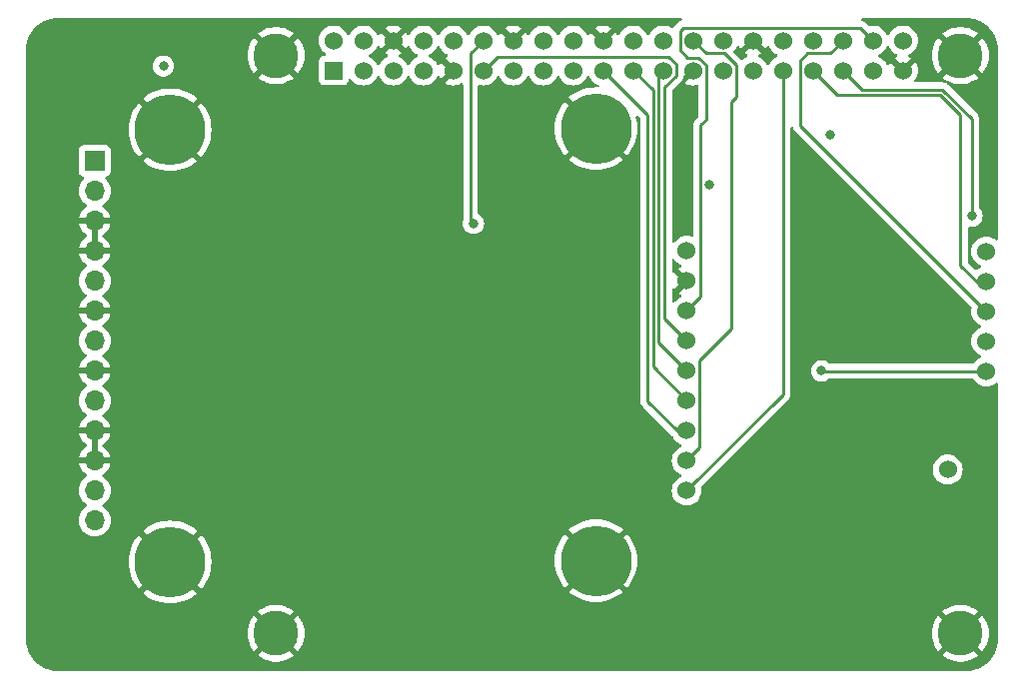
<source format=gbr>
%TF.GenerationSoftware,KiCad,Pcbnew,8.0.5*%
%TF.CreationDate,2024-12-07T17:39:48-08:00*%
%TF.ProjectId,Groundstation_433_Hat,47726f75-6e64-4737-9461-74696f6e5f34,1.2*%
%TF.SameCoordinates,Original*%
%TF.FileFunction,Copper,L4,Bot*%
%TF.FilePolarity,Positive*%
%FSLAX46Y46*%
G04 Gerber Fmt 4.6, Leading zero omitted, Abs format (unit mm)*
G04 Created by KiCad (PCBNEW 8.0.5) date 2024-12-07 17:39:48*
%MOMM*%
%LPD*%
G01*
G04 APERTURE LIST*
%TA.AperFunction,ComponentPad*%
%ADD10R,1.524000X1.524000*%
%TD*%
%TA.AperFunction,ComponentPad*%
%ADD11C,1.524000*%
%TD*%
%TA.AperFunction,ComponentPad*%
%ADD12C,3.812400*%
%TD*%
%TA.AperFunction,ComponentPad*%
%ADD13C,6.000000*%
%TD*%
%TA.AperFunction,ComponentPad*%
%ADD14R,1.700000X1.700000*%
%TD*%
%TA.AperFunction,ComponentPad*%
%ADD15O,1.700000X1.700000*%
%TD*%
%TA.AperFunction,ViaPad*%
%ADD16C,0.800000*%
%TD*%
%TA.AperFunction,Conductor*%
%ADD17C,0.250000*%
%TD*%
G04 APERTURE END LIST*
D10*
X138370000Y-64770000D03*
D11*
X138370000Y-62230000D03*
X140910000Y-64770000D03*
X140910000Y-62230000D03*
X143450000Y-64770000D03*
X143450000Y-62230000D03*
X145990000Y-64770000D03*
X145990000Y-62230000D03*
X148530000Y-64770000D03*
X148530000Y-62230000D03*
X151070000Y-64770000D03*
X151070000Y-62230000D03*
X153610000Y-64770000D03*
X153610000Y-62230000D03*
X156150000Y-64770000D03*
X156150000Y-62230000D03*
X158690000Y-64770000D03*
X158690000Y-62230000D03*
X161230000Y-64770000D03*
X161230000Y-62230000D03*
X163770000Y-64770000D03*
X163770000Y-62230000D03*
X166310000Y-64770000D03*
X166310000Y-62230000D03*
X168850000Y-64770000D03*
X168850000Y-62230000D03*
X171390000Y-64770000D03*
X171390000Y-62230000D03*
X173930000Y-64770000D03*
X173930000Y-62230000D03*
X176470000Y-64770000D03*
X176470000Y-62230000D03*
X179010000Y-64770000D03*
X179010000Y-62230000D03*
X181550000Y-64770000D03*
X181550000Y-62230000D03*
X184090000Y-64770000D03*
X184090000Y-62230000D03*
X186630000Y-64770000D03*
X186630000Y-62230000D03*
D12*
X133500000Y-63500000D03*
X191500000Y-63500000D03*
X191500000Y-112500000D03*
X133500000Y-112500000D03*
D13*
X124518408Y-106445774D03*
X160618408Y-106345774D03*
X124518408Y-69795774D03*
X160618408Y-69695774D03*
D11*
X168307575Y-80064234D03*
X168307575Y-82604234D03*
X168307575Y-85144234D03*
X168307575Y-87684234D03*
X168307575Y-90224234D03*
X168307575Y-92764234D03*
X168307575Y-95304234D03*
X168307575Y-97844234D03*
X168307575Y-100384234D03*
X193694899Y-80116567D03*
X193694899Y-82656567D03*
X193694899Y-85196567D03*
X193694899Y-87736567D03*
X193694899Y-90276567D03*
X190418299Y-98607767D03*
D14*
X118130908Y-72440000D03*
D15*
X118130908Y-74980000D03*
X118130908Y-77520000D03*
X118130908Y-80060000D03*
X118130908Y-82600000D03*
X118130908Y-85140000D03*
X118130908Y-87680000D03*
X118130908Y-90220000D03*
X118130908Y-92760000D03*
X118130908Y-95300000D03*
X118130908Y-97840000D03*
X118130908Y-100380000D03*
X118130908Y-102920000D03*
D16*
X167853937Y-66900000D03*
X150228937Y-77750000D03*
X179728937Y-90250000D03*
X170216522Y-74444646D03*
X180478937Y-70206188D03*
X123953937Y-64400000D03*
X192478937Y-77125000D03*
D17*
X149983000Y-77504063D02*
X149983000Y-63317000D01*
X150228937Y-77750000D02*
X149983000Y-77504063D01*
X179755504Y-90276567D02*
X179728937Y-90250000D01*
X193694899Y-90276567D02*
X179755504Y-90276567D01*
X149983000Y-63317000D02*
X151070000Y-62230000D01*
X165453937Y-89910596D02*
X165453937Y-66453937D01*
X168307575Y-92764234D02*
X165453937Y-89910596D01*
X165453937Y-66453937D02*
X163770000Y-64770000D01*
X193694899Y-85196567D02*
X177923000Y-69424668D01*
X180463000Y-63317000D02*
X181550000Y-62230000D01*
X177923000Y-63953749D02*
X178559749Y-63317000D01*
X178559749Y-63317000D02*
X180463000Y-63317000D01*
X177923000Y-69424668D02*
X177923000Y-63953749D01*
X184090000Y-62230000D02*
X183003000Y-61143000D01*
X169300251Y-63683000D02*
X169953937Y-64336686D01*
X168010937Y-61143000D02*
X167753937Y-61400000D01*
X167753937Y-61400000D02*
X167753937Y-63037188D01*
X168399749Y-63683000D02*
X169300251Y-63683000D01*
X169491522Y-83960287D02*
X169491522Y-69392145D01*
X169953937Y-68929730D02*
X169556302Y-69327365D01*
X167753937Y-63037188D02*
X168399749Y-63683000D01*
X168307575Y-85144234D02*
X169491522Y-83960287D01*
X169953937Y-64336686D02*
X169953937Y-68929730D01*
X169491522Y-69392145D02*
X169556302Y-69327365D01*
X183003000Y-61143000D02*
X168010937Y-61143000D01*
X168307575Y-100384234D02*
X176470000Y-92221809D01*
X176470000Y-92221809D02*
X176470000Y-64770000D01*
X192478937Y-68888604D02*
X192478937Y-77125000D01*
X183180000Y-66400000D02*
X189990333Y-66400000D01*
X181550000Y-64770000D02*
X183180000Y-66400000D01*
X189990333Y-66400000D02*
X192478937Y-68888604D01*
X168307575Y-90224234D02*
X165903937Y-87820596D01*
X165903937Y-87820596D02*
X165903937Y-65176063D01*
X165903937Y-65176063D02*
X166310000Y-64770000D01*
X165003937Y-92812138D02*
X165003937Y-68543937D01*
X168307575Y-95304234D02*
X167496033Y-95304234D01*
X167496033Y-95304234D02*
X165003937Y-92812138D01*
X165003937Y-68543937D02*
X161230000Y-64770000D01*
X161230000Y-64770000D02*
X160662828Y-64770000D01*
X167397000Y-65220251D02*
X167397000Y-64243063D01*
X167397000Y-64243063D02*
X166753937Y-63600000D01*
X166753937Y-63600000D02*
X152240000Y-63600000D01*
X166431546Y-85808205D02*
X166431546Y-66185705D01*
X168307575Y-87684234D02*
X166431546Y-85808205D01*
X166431546Y-66185705D02*
X167397000Y-65220251D01*
X152240000Y-63600000D02*
X151070000Y-64770000D01*
X192905870Y-82679080D02*
X191510870Y-81284080D01*
X181090000Y-66850000D02*
X179010000Y-64770000D01*
X191510870Y-68556933D02*
X189803937Y-66850000D01*
X189803937Y-66850000D02*
X181090000Y-66850000D01*
X191510870Y-81284080D02*
X191510870Y-68556933D01*
X172477000Y-67043063D02*
X172477000Y-64319749D01*
X172103937Y-67416126D02*
X172477000Y-67043063D01*
X172477000Y-64319749D02*
X171474251Y-63317000D01*
X169394575Y-96757234D02*
X169394575Y-89334362D01*
X169394575Y-89334362D02*
X172103937Y-86625000D01*
X172103937Y-86625000D02*
X172103937Y-67416126D01*
X168307575Y-97844234D02*
X169394575Y-96757234D01*
X169937000Y-63317000D02*
X168850000Y-62230000D01*
X171474251Y-63317000D02*
X169937000Y-63317000D01*
%TA.AperFunction,Conductor*%
G36*
X118380908Y-97406988D02*
G01*
X118323901Y-97374075D01*
X118196734Y-97340000D01*
X118065082Y-97340000D01*
X117937915Y-97374075D01*
X117880908Y-97406988D01*
X117880908Y-95733012D01*
X117937915Y-95765925D01*
X118065082Y-95800000D01*
X118196734Y-95800000D01*
X118323901Y-95765925D01*
X118380908Y-95733012D01*
X118380908Y-97406988D01*
G37*
%TD.AperFunction*%
%TA.AperFunction,Conductor*%
G36*
X118380908Y-79626988D02*
G01*
X118323901Y-79594075D01*
X118196734Y-79560000D01*
X118065082Y-79560000D01*
X117937915Y-79594075D01*
X117880908Y-79626988D01*
X117880908Y-77953012D01*
X117937915Y-77985925D01*
X118065082Y-78020000D01*
X118196734Y-78020000D01*
X118323901Y-77985925D01*
X118380908Y-77953012D01*
X118380908Y-79626988D01*
G37*
%TD.AperFunction*%
%TA.AperFunction,Conductor*%
G36*
X167854175Y-60320185D02*
G01*
X167899930Y-60372989D01*
X167909874Y-60442147D01*
X167880849Y-60505703D01*
X167833076Y-60536700D01*
X167834114Y-60539205D01*
X167806298Y-60550726D01*
X167781334Y-60561067D01*
X167764995Y-60567835D01*
X167714650Y-60588688D01*
X167704494Y-60595475D01*
X167704386Y-60595547D01*
X167612205Y-60657140D01*
X167568642Y-60700703D01*
X167525079Y-60744267D01*
X167525076Y-60744270D01*
X167355207Y-60914139D01*
X167355204Y-60914142D01*
X167311640Y-60957705D01*
X167268077Y-61001268D01*
X167242798Y-61039103D01*
X167242796Y-61039106D01*
X167199627Y-61103710D01*
X167199621Y-61103721D01*
X167191968Y-61122197D01*
X167148126Y-61176599D01*
X167081831Y-61198661D01*
X167014132Y-61181380D01*
X167006286Y-61176315D01*
X166943666Y-61132469D01*
X166943662Y-61132466D01*
X166881994Y-61103710D01*
X166743450Y-61039106D01*
X166743447Y-61039105D01*
X166743445Y-61039104D01*
X166530070Y-60981930D01*
X166530062Y-60981929D01*
X166310002Y-60962677D01*
X166309998Y-60962677D01*
X166089937Y-60981929D01*
X166089929Y-60981930D01*
X165876554Y-61039104D01*
X165876548Y-61039107D01*
X165676340Y-61132465D01*
X165676338Y-61132466D01*
X165495377Y-61259175D01*
X165339175Y-61415377D01*
X165212466Y-61596338D01*
X165212465Y-61596340D01*
X165152382Y-61725189D01*
X165106209Y-61777628D01*
X165039016Y-61796780D01*
X164972135Y-61776564D01*
X164927618Y-61725189D01*
X164867651Y-61596590D01*
X164867534Y-61596339D01*
X164740826Y-61415380D01*
X164584620Y-61259174D01*
X164584616Y-61259171D01*
X164584615Y-61259170D01*
X164403666Y-61132468D01*
X164403662Y-61132466D01*
X164341994Y-61103710D01*
X164203450Y-61039106D01*
X164203447Y-61039105D01*
X164203445Y-61039104D01*
X163990070Y-60981930D01*
X163990062Y-60981929D01*
X163770002Y-60962677D01*
X163769998Y-60962677D01*
X163549937Y-60981929D01*
X163549929Y-60981930D01*
X163336554Y-61039104D01*
X163336548Y-61039107D01*
X163136340Y-61132465D01*
X163136338Y-61132466D01*
X162955377Y-61259175D01*
X162799175Y-61415377D01*
X162672467Y-61596337D01*
X162612105Y-61725782D01*
X162565932Y-61778221D01*
X162498738Y-61797372D01*
X162431857Y-61777156D01*
X162387341Y-61725780D01*
X162327098Y-61596589D01*
X162327097Y-61596587D01*
X162281741Y-61531811D01*
X162281740Y-61531810D01*
X161719494Y-62094056D01*
X161703381Y-62033919D01*
X161636502Y-61918080D01*
X161541920Y-61823498D01*
X161426081Y-61756619D01*
X161365942Y-61740505D01*
X161928188Y-61178259D01*
X161928187Y-61178258D01*
X161863411Y-61132901D01*
X161863405Y-61132898D01*
X161663284Y-61039580D01*
X161663270Y-61039575D01*
X161449986Y-60982426D01*
X161449976Y-60982424D01*
X161230001Y-60963179D01*
X161229999Y-60963179D01*
X161010023Y-60982424D01*
X161010013Y-60982426D01*
X160796729Y-61039575D01*
X160796720Y-61039579D01*
X160596590Y-61132901D01*
X160531811Y-61178258D01*
X161094057Y-61740504D01*
X161033919Y-61756619D01*
X160918080Y-61823498D01*
X160823498Y-61918080D01*
X160756619Y-62033919D01*
X160740504Y-62094057D01*
X160178258Y-61531811D01*
X160132901Y-61596590D01*
X160072658Y-61725781D01*
X160026485Y-61778220D01*
X159959292Y-61797372D01*
X159892411Y-61777156D01*
X159847894Y-61725781D01*
X159787651Y-61596590D01*
X159787534Y-61596339D01*
X159660826Y-61415380D01*
X159504620Y-61259174D01*
X159504616Y-61259171D01*
X159504615Y-61259170D01*
X159323666Y-61132468D01*
X159323662Y-61132466D01*
X159261994Y-61103710D01*
X159123450Y-61039106D01*
X159123447Y-61039105D01*
X159123445Y-61039104D01*
X158910070Y-60981930D01*
X158910062Y-60981929D01*
X158690002Y-60962677D01*
X158689998Y-60962677D01*
X158469937Y-60981929D01*
X158469929Y-60981930D01*
X158256554Y-61039104D01*
X158256548Y-61039107D01*
X158056340Y-61132465D01*
X158056338Y-61132466D01*
X157875377Y-61259175D01*
X157719175Y-61415377D01*
X157592466Y-61596338D01*
X157592465Y-61596340D01*
X157532382Y-61725189D01*
X157486209Y-61777628D01*
X157419016Y-61796780D01*
X157352135Y-61776564D01*
X157307618Y-61725189D01*
X157247651Y-61596590D01*
X157247534Y-61596339D01*
X157120826Y-61415380D01*
X156964620Y-61259174D01*
X156964616Y-61259171D01*
X156964615Y-61259170D01*
X156783666Y-61132468D01*
X156783662Y-61132466D01*
X156721994Y-61103710D01*
X156583450Y-61039106D01*
X156583447Y-61039105D01*
X156583445Y-61039104D01*
X156370070Y-60981930D01*
X156370062Y-60981929D01*
X156150002Y-60962677D01*
X156149998Y-60962677D01*
X155929937Y-60981929D01*
X155929929Y-60981930D01*
X155716554Y-61039104D01*
X155716548Y-61039107D01*
X155516340Y-61132465D01*
X155516338Y-61132466D01*
X155335377Y-61259175D01*
X155179175Y-61415377D01*
X155052467Y-61596337D01*
X154992105Y-61725782D01*
X154945932Y-61778221D01*
X154878738Y-61797372D01*
X154811857Y-61777156D01*
X154767341Y-61725780D01*
X154707098Y-61596589D01*
X154707097Y-61596587D01*
X154661741Y-61531811D01*
X154661740Y-61531810D01*
X154099494Y-62094056D01*
X154083381Y-62033919D01*
X154016502Y-61918080D01*
X153921920Y-61823498D01*
X153806081Y-61756619D01*
X153745942Y-61740505D01*
X154308188Y-61178259D01*
X154308187Y-61178258D01*
X154243411Y-61132901D01*
X154243405Y-61132898D01*
X154043284Y-61039580D01*
X154043270Y-61039575D01*
X153829986Y-60982426D01*
X153829976Y-60982424D01*
X153610001Y-60963179D01*
X153609999Y-60963179D01*
X153390023Y-60982424D01*
X153390013Y-60982426D01*
X153176729Y-61039575D01*
X153176720Y-61039579D01*
X152976590Y-61132901D01*
X152911811Y-61178258D01*
X153474057Y-61740504D01*
X153413919Y-61756619D01*
X153298080Y-61823498D01*
X153203498Y-61918080D01*
X153136619Y-62033919D01*
X153120504Y-62094057D01*
X152558258Y-61531811D01*
X152512901Y-61596590D01*
X152452658Y-61725781D01*
X152406485Y-61778220D01*
X152339292Y-61797372D01*
X152272411Y-61777156D01*
X152227894Y-61725781D01*
X152167651Y-61596590D01*
X152167534Y-61596339D01*
X152040826Y-61415380D01*
X151884620Y-61259174D01*
X151884616Y-61259171D01*
X151884615Y-61259170D01*
X151703666Y-61132468D01*
X151703662Y-61132466D01*
X151641994Y-61103710D01*
X151503450Y-61039106D01*
X151503447Y-61039105D01*
X151503445Y-61039104D01*
X151290070Y-60981930D01*
X151290062Y-60981929D01*
X151070002Y-60962677D01*
X151069998Y-60962677D01*
X150849937Y-60981929D01*
X150849929Y-60981930D01*
X150636554Y-61039104D01*
X150636548Y-61039107D01*
X150436340Y-61132465D01*
X150436338Y-61132466D01*
X150255377Y-61259175D01*
X150099175Y-61415377D01*
X149972466Y-61596338D01*
X149972465Y-61596340D01*
X149912382Y-61725189D01*
X149866209Y-61777628D01*
X149799016Y-61796780D01*
X149732135Y-61776564D01*
X149687618Y-61725189D01*
X149627651Y-61596590D01*
X149627534Y-61596339D01*
X149500826Y-61415380D01*
X149344620Y-61259174D01*
X149344616Y-61259171D01*
X149344615Y-61259170D01*
X149163666Y-61132468D01*
X149163662Y-61132466D01*
X149101994Y-61103710D01*
X148963450Y-61039106D01*
X148963447Y-61039105D01*
X148963445Y-61039104D01*
X148750070Y-60981930D01*
X148750062Y-60981929D01*
X148530002Y-60962677D01*
X148529998Y-60962677D01*
X148309937Y-60981929D01*
X148309929Y-60981930D01*
X148096554Y-61039104D01*
X148096548Y-61039107D01*
X147896340Y-61132465D01*
X147896338Y-61132466D01*
X147715377Y-61259175D01*
X147559175Y-61415377D01*
X147432466Y-61596338D01*
X147432465Y-61596340D01*
X147372382Y-61725189D01*
X147326209Y-61777628D01*
X147259016Y-61796780D01*
X147192135Y-61776564D01*
X147147618Y-61725189D01*
X147087651Y-61596590D01*
X147087534Y-61596339D01*
X146960826Y-61415380D01*
X146804620Y-61259174D01*
X146804616Y-61259171D01*
X146804615Y-61259170D01*
X146623666Y-61132468D01*
X146623662Y-61132466D01*
X146561994Y-61103710D01*
X146423450Y-61039106D01*
X146423447Y-61039105D01*
X146423445Y-61039104D01*
X146210070Y-60981930D01*
X146210062Y-60981929D01*
X145990002Y-60962677D01*
X145989998Y-60962677D01*
X145769937Y-60981929D01*
X145769929Y-60981930D01*
X145556554Y-61039104D01*
X145556548Y-61039107D01*
X145356340Y-61132465D01*
X145356338Y-61132466D01*
X145175377Y-61259175D01*
X145019175Y-61415377D01*
X144892467Y-61596337D01*
X144832105Y-61725782D01*
X144785932Y-61778221D01*
X144718738Y-61797372D01*
X144651857Y-61777156D01*
X144607341Y-61725780D01*
X144547098Y-61596589D01*
X144547097Y-61596587D01*
X144501741Y-61531811D01*
X144501740Y-61531810D01*
X143939494Y-62094056D01*
X143923381Y-62033919D01*
X143856502Y-61918080D01*
X143761920Y-61823498D01*
X143646081Y-61756619D01*
X143585942Y-61740505D01*
X144148188Y-61178259D01*
X144148187Y-61178258D01*
X144083411Y-61132901D01*
X144083405Y-61132898D01*
X143883284Y-61039580D01*
X143883270Y-61039575D01*
X143669986Y-60982426D01*
X143669976Y-60982424D01*
X143450001Y-60963179D01*
X143449999Y-60963179D01*
X143230023Y-60982424D01*
X143230013Y-60982426D01*
X143016729Y-61039575D01*
X143016720Y-61039579D01*
X142816590Y-61132901D01*
X142751811Y-61178258D01*
X143314057Y-61740504D01*
X143253919Y-61756619D01*
X143138080Y-61823498D01*
X143043498Y-61918080D01*
X142976619Y-62033919D01*
X142960504Y-62094057D01*
X142398258Y-61531811D01*
X142352901Y-61596590D01*
X142292658Y-61725781D01*
X142246485Y-61778220D01*
X142179292Y-61797372D01*
X142112411Y-61777156D01*
X142067894Y-61725781D01*
X142007651Y-61596590D01*
X142007534Y-61596339D01*
X141880826Y-61415380D01*
X141724620Y-61259174D01*
X141724616Y-61259171D01*
X141724615Y-61259170D01*
X141543666Y-61132468D01*
X141543662Y-61132466D01*
X141481994Y-61103710D01*
X141343450Y-61039106D01*
X141343447Y-61039105D01*
X141343445Y-61039104D01*
X141130070Y-60981930D01*
X141130062Y-60981929D01*
X140910002Y-60962677D01*
X140909998Y-60962677D01*
X140689937Y-60981929D01*
X140689929Y-60981930D01*
X140476554Y-61039104D01*
X140476548Y-61039107D01*
X140276340Y-61132465D01*
X140276338Y-61132466D01*
X140095377Y-61259175D01*
X139939175Y-61415377D01*
X139812466Y-61596338D01*
X139812465Y-61596340D01*
X139752382Y-61725189D01*
X139706209Y-61777628D01*
X139639016Y-61796780D01*
X139572135Y-61776564D01*
X139527618Y-61725189D01*
X139467651Y-61596590D01*
X139467534Y-61596339D01*
X139340826Y-61415380D01*
X139184620Y-61259174D01*
X139184616Y-61259171D01*
X139184615Y-61259170D01*
X139003666Y-61132468D01*
X139003662Y-61132466D01*
X138941994Y-61103710D01*
X138803450Y-61039106D01*
X138803447Y-61039105D01*
X138803445Y-61039104D01*
X138590070Y-60981930D01*
X138590062Y-60981929D01*
X138370002Y-60962677D01*
X138369998Y-60962677D01*
X138149937Y-60981929D01*
X138149929Y-60981930D01*
X137936554Y-61039104D01*
X137936548Y-61039107D01*
X137736340Y-61132465D01*
X137736338Y-61132466D01*
X137555377Y-61259175D01*
X137399175Y-61415377D01*
X137272466Y-61596338D01*
X137272465Y-61596340D01*
X137179107Y-61796548D01*
X137179104Y-61796554D01*
X137121930Y-62009929D01*
X137121929Y-62009937D01*
X137102677Y-62229997D01*
X137102677Y-62230002D01*
X137121929Y-62450062D01*
X137121930Y-62450070D01*
X137179104Y-62663445D01*
X137179105Y-62663447D01*
X137179106Y-62663450D01*
X137255383Y-62827028D01*
X137272466Y-62863662D01*
X137272468Y-62863666D01*
X137370367Y-63003480D01*
X137399174Y-63044620D01*
X137555380Y-63200826D01*
X137670937Y-63281740D01*
X137671202Y-63281925D01*
X137714827Y-63336502D01*
X137722021Y-63406000D01*
X137690498Y-63468355D01*
X137630269Y-63503769D01*
X137600082Y-63507500D01*
X137560131Y-63507500D01*
X137560123Y-63507501D01*
X137500516Y-63513908D01*
X137365671Y-63564202D01*
X137365664Y-63564206D01*
X137250455Y-63650452D01*
X137250452Y-63650455D01*
X137164206Y-63765664D01*
X137164202Y-63765671D01*
X137113908Y-63900517D01*
X137108010Y-63955380D01*
X137107501Y-63960123D01*
X137107500Y-63960135D01*
X137107500Y-65579870D01*
X137107501Y-65579876D01*
X137113908Y-65639483D01*
X137164202Y-65774328D01*
X137164206Y-65774335D01*
X137250452Y-65889544D01*
X137250455Y-65889547D01*
X137365664Y-65975793D01*
X137365671Y-65975797D01*
X137500517Y-66026091D01*
X137500516Y-66026091D01*
X137507444Y-66026835D01*
X137560127Y-66032500D01*
X139179872Y-66032499D01*
X139239483Y-66026091D01*
X139374331Y-65975796D01*
X139489546Y-65889546D01*
X139575796Y-65774331D01*
X139626091Y-65639483D01*
X139632500Y-65579873D01*
X139632499Y-65539920D01*
X139652182Y-65472884D01*
X139704985Y-65427128D01*
X139774143Y-65417183D01*
X139837700Y-65446206D01*
X139858073Y-65468796D01*
X139939174Y-65584620D01*
X139939175Y-65584621D01*
X140095378Y-65740824D01*
X140095384Y-65740829D01*
X140276333Y-65867531D01*
X140276335Y-65867532D01*
X140276338Y-65867534D01*
X140476550Y-65960894D01*
X140689932Y-66018070D01*
X140822307Y-66029651D01*
X140909998Y-66037323D01*
X140910000Y-66037323D01*
X140910002Y-66037323D01*
X140982605Y-66030971D01*
X141130068Y-66018070D01*
X141343450Y-65960894D01*
X141543662Y-65867534D01*
X141724620Y-65740826D01*
X141880826Y-65584620D01*
X142007534Y-65403662D01*
X142067618Y-65274811D01*
X142113790Y-65222371D01*
X142180983Y-65203219D01*
X142247865Y-65223435D01*
X142292382Y-65274811D01*
X142352464Y-65403658D01*
X142352468Y-65403666D01*
X142479170Y-65584615D01*
X142479175Y-65584621D01*
X142635378Y-65740824D01*
X142635384Y-65740829D01*
X142816333Y-65867531D01*
X142816335Y-65867532D01*
X142816338Y-65867534D01*
X143016550Y-65960894D01*
X143229932Y-66018070D01*
X143362307Y-66029651D01*
X143449998Y-66037323D01*
X143450000Y-66037323D01*
X143450002Y-66037323D01*
X143522605Y-66030971D01*
X143670068Y-66018070D01*
X143883450Y-65960894D01*
X144083662Y-65867534D01*
X144264620Y-65740826D01*
X144420826Y-65584620D01*
X144547534Y-65403662D01*
X144607618Y-65274811D01*
X144653790Y-65222371D01*
X144720983Y-65203219D01*
X144787865Y-65223435D01*
X144832382Y-65274811D01*
X144892464Y-65403658D01*
X144892468Y-65403666D01*
X145019170Y-65584615D01*
X145019175Y-65584621D01*
X145175378Y-65740824D01*
X145175384Y-65740829D01*
X145356333Y-65867531D01*
X145356335Y-65867532D01*
X145356338Y-65867534D01*
X145556550Y-65960894D01*
X145769932Y-66018070D01*
X145902307Y-66029651D01*
X145989998Y-66037323D01*
X145990000Y-66037323D01*
X145990002Y-66037323D01*
X146062605Y-66030971D01*
X146210068Y-66018070D01*
X146423450Y-65960894D01*
X146623662Y-65867534D01*
X146804620Y-65740826D01*
X146960826Y-65584620D01*
X147087534Y-65403662D01*
X147147894Y-65274218D01*
X147194066Y-65221779D01*
X147261259Y-65202627D01*
X147328141Y-65222843D01*
X147372658Y-65274219D01*
X147432898Y-65403405D01*
X147432901Y-65403411D01*
X147478258Y-65468187D01*
X147478259Y-65468188D01*
X148040504Y-64905942D01*
X148056619Y-64966081D01*
X148123498Y-65081920D01*
X148218080Y-65176502D01*
X148333919Y-65243381D01*
X148394056Y-65259494D01*
X147831810Y-65821740D01*
X147896590Y-65867099D01*
X147896592Y-65867100D01*
X148096715Y-65960419D01*
X148096729Y-65960424D01*
X148310013Y-66017573D01*
X148310023Y-66017575D01*
X148529999Y-66036821D01*
X148530001Y-66036821D01*
X148749976Y-66017575D01*
X148749986Y-66017573D01*
X148963270Y-65960424D01*
X148963284Y-65960419D01*
X149163407Y-65867100D01*
X149168103Y-65864390D01*
X149168829Y-65865648D01*
X149228575Y-65845496D01*
X149296344Y-65862502D01*
X149344160Y-65913448D01*
X149357500Y-65969398D01*
X149357500Y-77498287D01*
X149351430Y-77536605D01*
X149343263Y-77561744D01*
X149323477Y-77750000D01*
X149343263Y-77938256D01*
X149343264Y-77938259D01*
X149401755Y-78118277D01*
X149401758Y-78118284D01*
X149496404Y-78282216D01*
X149594428Y-78391082D01*
X149623066Y-78422888D01*
X149776202Y-78534148D01*
X149776207Y-78534151D01*
X149949129Y-78611142D01*
X149949134Y-78611144D01*
X150134291Y-78650500D01*
X150134292Y-78650500D01*
X150323581Y-78650500D01*
X150323583Y-78650500D01*
X150508740Y-78611144D01*
X150681667Y-78534151D01*
X150834808Y-78422888D01*
X150961470Y-78282216D01*
X151056116Y-78118284D01*
X151114611Y-77938256D01*
X151134397Y-77750000D01*
X151114611Y-77561744D01*
X151056116Y-77381716D01*
X150961470Y-77217784D01*
X150834808Y-77077112D01*
X150806448Y-77056507D01*
X150681664Y-76965846D01*
X150676041Y-76962600D01*
X150676696Y-76961464D01*
X150628823Y-76920769D01*
X150608506Y-76853918D01*
X150608500Y-76852746D01*
X150608500Y-66114977D01*
X150628185Y-66047938D01*
X150680989Y-66002183D01*
X150750147Y-65992239D01*
X150764581Y-65995200D01*
X150849932Y-66018070D01*
X150982307Y-66029651D01*
X151069998Y-66037323D01*
X151070000Y-66037323D01*
X151070002Y-66037323D01*
X151142605Y-66030971D01*
X151290068Y-66018070D01*
X151503450Y-65960894D01*
X151703662Y-65867534D01*
X151884620Y-65740826D01*
X152040826Y-65584620D01*
X152167534Y-65403662D01*
X152227618Y-65274811D01*
X152273790Y-65222371D01*
X152340983Y-65203219D01*
X152407865Y-65223435D01*
X152452382Y-65274811D01*
X152512464Y-65403658D01*
X152512468Y-65403666D01*
X152639170Y-65584615D01*
X152639175Y-65584621D01*
X152795378Y-65740824D01*
X152795384Y-65740829D01*
X152976333Y-65867531D01*
X152976335Y-65867532D01*
X152976338Y-65867534D01*
X153176550Y-65960894D01*
X153389932Y-66018070D01*
X153522307Y-66029651D01*
X153609998Y-66037323D01*
X153610000Y-66037323D01*
X153610002Y-66037323D01*
X153682605Y-66030971D01*
X153830068Y-66018070D01*
X154043450Y-65960894D01*
X154243662Y-65867534D01*
X154424620Y-65740826D01*
X154580826Y-65584620D01*
X154707534Y-65403662D01*
X154767618Y-65274811D01*
X154813790Y-65222371D01*
X154880983Y-65203219D01*
X154947865Y-65223435D01*
X154992382Y-65274811D01*
X155052464Y-65403658D01*
X155052468Y-65403666D01*
X155179170Y-65584615D01*
X155179175Y-65584621D01*
X155335378Y-65740824D01*
X155335384Y-65740829D01*
X155516333Y-65867531D01*
X155516335Y-65867532D01*
X155516338Y-65867534D01*
X155716550Y-65960894D01*
X155929932Y-66018070D01*
X156062307Y-66029651D01*
X156149998Y-66037323D01*
X156150000Y-66037323D01*
X156150002Y-66037323D01*
X156222605Y-66030971D01*
X156370068Y-66018070D01*
X156583450Y-65960894D01*
X156783662Y-65867534D01*
X156964620Y-65740826D01*
X157120826Y-65584620D01*
X157247534Y-65403662D01*
X157307618Y-65274811D01*
X157353790Y-65222371D01*
X157420983Y-65203219D01*
X157487865Y-65223435D01*
X157532382Y-65274811D01*
X157592464Y-65403658D01*
X157592468Y-65403666D01*
X157719170Y-65584615D01*
X157719175Y-65584621D01*
X157875378Y-65740824D01*
X157875384Y-65740829D01*
X158056333Y-65867531D01*
X158056335Y-65867532D01*
X158056338Y-65867534D01*
X158256550Y-65960894D01*
X158469932Y-66018070D01*
X158602307Y-66029651D01*
X158689998Y-66037323D01*
X158690000Y-66037323D01*
X158690002Y-66037323D01*
X158762605Y-66030971D01*
X158910068Y-66018070D01*
X159123450Y-65960894D01*
X159323662Y-65867534D01*
X159504620Y-65740826D01*
X159660826Y-65584620D01*
X159787534Y-65403662D01*
X159847618Y-65274811D01*
X159893790Y-65222371D01*
X159960983Y-65203219D01*
X160027865Y-65223435D01*
X160072382Y-65274811D01*
X160132464Y-65403658D01*
X160132468Y-65403666D01*
X160259170Y-65584615D01*
X160259175Y-65584621D01*
X160415378Y-65740824D01*
X160415384Y-65740829D01*
X160596333Y-65867531D01*
X160596335Y-65867532D01*
X160596338Y-65867534D01*
X160795542Y-65960424D01*
X160796827Y-65961023D01*
X160849266Y-66007195D01*
X160868418Y-66074389D01*
X160848202Y-66141270D01*
X160795037Y-66186604D01*
X160737932Y-66197235D01*
X160618409Y-66190971D01*
X160618407Y-66190971D01*
X160252054Y-66210171D01*
X159889723Y-66267558D01*
X159889721Y-66267558D01*
X159535356Y-66362510D01*
X159192872Y-66493978D01*
X158866002Y-66660528D01*
X158558332Y-66860331D01*
X158325257Y-67049070D01*
X158325257Y-67049071D01*
X159036149Y-67759963D01*
X158949917Y-67828732D01*
X158751366Y-68027283D01*
X158682597Y-68113515D01*
X157971705Y-67402623D01*
X157971704Y-67402623D01*
X157782965Y-67635698D01*
X157583162Y-67943368D01*
X157416612Y-68270238D01*
X157285144Y-68612722D01*
X157190192Y-68967087D01*
X157190192Y-68967089D01*
X157132805Y-69329420D01*
X157113605Y-69695773D01*
X157113605Y-69695774D01*
X157132805Y-70062127D01*
X157190192Y-70424458D01*
X157190192Y-70424460D01*
X157285144Y-70778825D01*
X157416612Y-71121309D01*
X157583162Y-71448180D01*
X157782961Y-71755844D01*
X157971705Y-71988922D01*
X158682596Y-71278031D01*
X158751366Y-71364265D01*
X158949917Y-71562816D01*
X159036149Y-71631584D01*
X158325258Y-72342475D01*
X158558337Y-72531220D01*
X158866001Y-72731019D01*
X159192872Y-72897569D01*
X159535356Y-73029037D01*
X159889722Y-73123989D01*
X160252054Y-73181376D01*
X160618407Y-73200577D01*
X160618409Y-73200577D01*
X160984761Y-73181376D01*
X161347092Y-73123989D01*
X161347094Y-73123989D01*
X161701459Y-73029037D01*
X162043943Y-72897569D01*
X162370814Y-72731019D01*
X162678472Y-72531224D01*
X162911556Y-72342475D01*
X162200666Y-71631585D01*
X162286899Y-71562816D01*
X162485450Y-71364265D01*
X162554219Y-71278032D01*
X163265109Y-71988922D01*
X163453858Y-71755838D01*
X163653653Y-71448180D01*
X163820203Y-71121309D01*
X163951671Y-70778825D01*
X164046623Y-70424460D01*
X164046623Y-70424458D01*
X164104010Y-70062127D01*
X164123211Y-69695774D01*
X164123211Y-69695773D01*
X164104010Y-69329420D01*
X164046623Y-68967089D01*
X164046623Y-68967087D01*
X163984895Y-68736716D01*
X163986558Y-68666866D01*
X164025720Y-68609003D01*
X164089949Y-68581499D01*
X164158851Y-68593085D01*
X164192351Y-68616941D01*
X164342118Y-68766708D01*
X164375603Y-68828031D01*
X164378437Y-68854389D01*
X164378437Y-92873749D01*
X164402472Y-92994582D01*
X164402477Y-92994599D01*
X164449622Y-93108418D01*
X164449627Y-93108427D01*
X164483851Y-93159645D01*
X164483852Y-93159647D01*
X164518078Y-93210871D01*
X164609523Y-93302316D01*
X164609545Y-93302336D01*
X167007049Y-95699840D01*
X167007078Y-95699871D01*
X167097298Y-95790091D01*
X167105058Y-95795276D01*
X167132115Y-95813354D01*
X167175607Y-95864052D01*
X167210039Y-95937892D01*
X167210043Y-95937900D01*
X167336745Y-96118849D01*
X167336750Y-96118855D01*
X167492953Y-96275058D01*
X167492959Y-96275063D01*
X167673908Y-96401765D01*
X167673910Y-96401766D01*
X167673913Y-96401768D01*
X167793323Y-96457449D01*
X167802764Y-96461852D01*
X167855203Y-96508024D01*
X167874355Y-96575218D01*
X167854139Y-96642099D01*
X167802764Y-96686616D01*
X167673915Y-96746699D01*
X167673913Y-96746700D01*
X167492952Y-96873409D01*
X167336750Y-97029611D01*
X167210041Y-97210572D01*
X167210040Y-97210574D01*
X167116682Y-97410782D01*
X167116679Y-97410788D01*
X167059505Y-97624163D01*
X167059504Y-97624171D01*
X167040252Y-97844231D01*
X167040252Y-97844236D01*
X167059504Y-98064296D01*
X167059505Y-98064304D01*
X167116679Y-98277679D01*
X167116680Y-98277681D01*
X167116681Y-98277684D01*
X167167980Y-98387696D01*
X167210041Y-98477896D01*
X167210043Y-98477900D01*
X167336745Y-98658849D01*
X167336750Y-98658855D01*
X167492953Y-98815058D01*
X167492959Y-98815063D01*
X167673908Y-98941765D01*
X167673910Y-98941766D01*
X167673913Y-98941768D01*
X167793323Y-98997449D01*
X167802764Y-99001852D01*
X167855203Y-99048024D01*
X167874355Y-99115218D01*
X167854139Y-99182099D01*
X167802764Y-99226616D01*
X167673915Y-99286699D01*
X167673913Y-99286700D01*
X167492952Y-99413409D01*
X167336750Y-99569611D01*
X167210041Y-99750572D01*
X167210040Y-99750574D01*
X167116682Y-99950782D01*
X167116679Y-99950788D01*
X167059505Y-100164163D01*
X167059504Y-100164171D01*
X167040252Y-100384231D01*
X167040252Y-100384236D01*
X167059504Y-100604296D01*
X167059505Y-100604304D01*
X167116679Y-100817679D01*
X167116680Y-100817681D01*
X167116681Y-100817684D01*
X167128796Y-100843664D01*
X167210041Y-101017896D01*
X167210043Y-101017900D01*
X167336745Y-101198849D01*
X167336750Y-101198855D01*
X167492953Y-101355058D01*
X167492959Y-101355063D01*
X167673908Y-101481765D01*
X167673910Y-101481766D01*
X167673913Y-101481768D01*
X167874125Y-101575128D01*
X168087507Y-101632304D01*
X168244698Y-101646056D01*
X168307573Y-101651557D01*
X168307575Y-101651557D01*
X168307577Y-101651557D01*
X168362592Y-101646743D01*
X168527643Y-101632304D01*
X168741025Y-101575128D01*
X168941237Y-101481768D01*
X169122195Y-101355060D01*
X169278401Y-101198854D01*
X169405109Y-101017896D01*
X169498469Y-100817684D01*
X169555645Y-100604302D01*
X169574898Y-100384234D01*
X169574527Y-100379999D01*
X169555645Y-100164171D01*
X169555645Y-100164166D01*
X169543867Y-100120210D01*
X169545530Y-100050360D01*
X169575959Y-100000438D01*
X170968633Y-98607764D01*
X189150976Y-98607764D01*
X189150976Y-98607769D01*
X189170228Y-98827829D01*
X189170229Y-98827837D01*
X189227403Y-99041212D01*
X189227404Y-99041214D01*
X189227405Y-99041217D01*
X189281252Y-99156692D01*
X189320765Y-99241429D01*
X189320767Y-99241433D01*
X189447469Y-99422382D01*
X189447474Y-99422388D01*
X189603677Y-99578591D01*
X189603683Y-99578596D01*
X189784632Y-99705298D01*
X189784634Y-99705299D01*
X189784637Y-99705301D01*
X189984849Y-99798661D01*
X190198231Y-99855837D01*
X190355422Y-99869589D01*
X190418297Y-99875090D01*
X190418299Y-99875090D01*
X190418301Y-99875090D01*
X190473316Y-99870276D01*
X190638367Y-99855837D01*
X190851749Y-99798661D01*
X191051961Y-99705301D01*
X191232919Y-99578593D01*
X191389125Y-99422387D01*
X191515833Y-99241429D01*
X191609193Y-99041217D01*
X191666369Y-98827835D01*
X191685622Y-98607767D01*
X191666369Y-98387699D01*
X191609193Y-98174317D01*
X191515833Y-97974106D01*
X191389125Y-97793147D01*
X191232919Y-97636941D01*
X191232915Y-97636938D01*
X191232914Y-97636937D01*
X191051965Y-97510235D01*
X191051961Y-97510233D01*
X191051959Y-97510232D01*
X190851749Y-97416873D01*
X190851746Y-97416872D01*
X190851744Y-97416871D01*
X190638369Y-97359697D01*
X190638361Y-97359696D01*
X190418301Y-97340444D01*
X190418297Y-97340444D01*
X190198236Y-97359696D01*
X190198228Y-97359697D01*
X189984853Y-97416871D01*
X189984847Y-97416874D01*
X189784639Y-97510232D01*
X189784637Y-97510233D01*
X189603676Y-97636942D01*
X189447474Y-97793144D01*
X189320765Y-97974105D01*
X189320764Y-97974107D01*
X189227406Y-98174315D01*
X189227403Y-98174321D01*
X189170229Y-98387696D01*
X189170228Y-98387704D01*
X189150976Y-98607764D01*
X170968633Y-98607764D01*
X176868729Y-92707669D01*
X176868733Y-92707667D01*
X176955858Y-92620542D01*
X177006891Y-92544166D01*
X177024312Y-92518095D01*
X177071463Y-92404260D01*
X177095500Y-92283416D01*
X177095500Y-92160202D01*
X177095500Y-69684808D01*
X177115185Y-69617769D01*
X177167989Y-69572014D01*
X177237147Y-69562070D01*
X177300703Y-69591095D01*
X177334059Y-69637352D01*
X177368688Y-69720954D01*
X177368689Y-69720955D01*
X177402914Y-69772175D01*
X177402915Y-69772177D01*
X177437140Y-69823399D01*
X177437141Y-69823400D01*
X177437142Y-69823401D01*
X177524267Y-69910526D01*
X192426512Y-84812771D01*
X192459997Y-84874094D01*
X192458606Y-84932544D01*
X192446830Y-84976493D01*
X192446829Y-84976500D01*
X192427576Y-85196564D01*
X192427576Y-85196569D01*
X192446828Y-85416629D01*
X192446829Y-85416637D01*
X192504003Y-85630012D01*
X192504004Y-85630014D01*
X192504005Y-85630017D01*
X192572962Y-85777896D01*
X192597365Y-85830229D01*
X192597367Y-85830233D01*
X192724069Y-86011182D01*
X192724074Y-86011188D01*
X192880277Y-86167391D01*
X192880283Y-86167396D01*
X193061232Y-86294098D01*
X193061234Y-86294099D01*
X193061237Y-86294101D01*
X193149220Y-86335128D01*
X193190088Y-86354185D01*
X193242527Y-86400357D01*
X193261679Y-86467551D01*
X193241463Y-86534432D01*
X193190088Y-86578949D01*
X193061239Y-86639032D01*
X193061237Y-86639033D01*
X192880276Y-86765742D01*
X192724074Y-86921944D01*
X192597365Y-87102905D01*
X192597364Y-87102907D01*
X192504006Y-87303115D01*
X192504003Y-87303121D01*
X192446829Y-87516496D01*
X192446828Y-87516504D01*
X192427576Y-87736564D01*
X192427576Y-87736569D01*
X192446828Y-87956629D01*
X192446829Y-87956637D01*
X192504003Y-88170012D01*
X192504004Y-88170014D01*
X192504005Y-88170017D01*
X192506745Y-88175892D01*
X192597365Y-88370229D01*
X192597367Y-88370233D01*
X192724069Y-88551182D01*
X192724074Y-88551188D01*
X192880277Y-88707391D01*
X192880283Y-88707396D01*
X193061232Y-88834098D01*
X193061234Y-88834099D01*
X193061237Y-88834101D01*
X193149220Y-88875128D01*
X193190088Y-88894185D01*
X193242527Y-88940357D01*
X193261679Y-89007551D01*
X193241463Y-89074432D01*
X193190088Y-89118949D01*
X193061239Y-89179032D01*
X193061237Y-89179033D01*
X192880276Y-89305742D01*
X192724074Y-89461944D01*
X192628675Y-89598190D01*
X192574098Y-89641815D01*
X192527100Y-89651067D01*
X180456606Y-89651067D01*
X180389567Y-89631382D01*
X180364457Y-89610040D01*
X180334808Y-89577112D01*
X180334801Y-89577106D01*
X180181671Y-89465851D01*
X180181666Y-89465848D01*
X180008744Y-89388857D01*
X180008739Y-89388855D01*
X179862938Y-89357865D01*
X179823583Y-89349500D01*
X179634291Y-89349500D01*
X179601834Y-89356398D01*
X179449134Y-89388855D01*
X179449129Y-89388857D01*
X179276207Y-89465848D01*
X179276202Y-89465851D01*
X179123066Y-89577111D01*
X178996403Y-89717785D01*
X178901758Y-89881715D01*
X178901755Y-89881722D01*
X178843264Y-90061740D01*
X178843263Y-90061744D01*
X178823477Y-90250000D01*
X178843263Y-90438256D01*
X178843264Y-90438259D01*
X178901755Y-90618277D01*
X178901758Y-90618284D01*
X178996404Y-90782216D01*
X179100277Y-90897578D01*
X179123066Y-90922888D01*
X179276202Y-91034148D01*
X179276207Y-91034151D01*
X179449129Y-91111142D01*
X179449134Y-91111144D01*
X179634291Y-91150500D01*
X179634292Y-91150500D01*
X179823581Y-91150500D01*
X179823583Y-91150500D01*
X180008740Y-91111144D01*
X180181667Y-91034151D01*
X180330870Y-90925748D01*
X180396676Y-90902269D01*
X180403755Y-90902067D01*
X192527099Y-90902067D01*
X192594138Y-90921752D01*
X192628674Y-90954943D01*
X192724073Y-91091187D01*
X192724074Y-91091188D01*
X192880277Y-91247391D01*
X192880283Y-91247396D01*
X193061232Y-91374098D01*
X193061234Y-91374099D01*
X193061237Y-91374101D01*
X193261449Y-91467461D01*
X193474831Y-91524637D01*
X193612624Y-91536692D01*
X193694897Y-91543890D01*
X193694899Y-91543890D01*
X193694901Y-91543890D01*
X193749916Y-91539076D01*
X193914967Y-91524637D01*
X194128349Y-91467461D01*
X194328561Y-91374101D01*
X194504379Y-91250991D01*
X194570582Y-91228666D01*
X194638350Y-91245676D01*
X194686163Y-91296624D01*
X194699500Y-91352568D01*
X194699500Y-112996519D01*
X194699305Y-113003472D01*
X194682916Y-113295296D01*
X194681359Y-113309114D01*
X194632984Y-113593827D01*
X194629890Y-113607384D01*
X194549939Y-113884899D01*
X194545346Y-113898024D01*
X194434830Y-114164834D01*
X194428797Y-114177362D01*
X194289100Y-114430125D01*
X194281702Y-114441899D01*
X194114584Y-114677430D01*
X194105914Y-114688302D01*
X193913475Y-114903642D01*
X193903642Y-114913475D01*
X193688302Y-115105914D01*
X193677430Y-115114584D01*
X193441899Y-115281702D01*
X193430125Y-115289100D01*
X193177362Y-115428797D01*
X193164834Y-115434830D01*
X192898024Y-115545346D01*
X192884899Y-115549939D01*
X192607384Y-115629890D01*
X192593827Y-115632984D01*
X192309114Y-115681359D01*
X192295296Y-115682916D01*
X192003472Y-115699305D01*
X191996519Y-115699500D01*
X115003497Y-115699500D01*
X114996540Y-115699305D01*
X114704709Y-115682907D01*
X114690892Y-115681349D01*
X114406188Y-115632968D01*
X114392632Y-115629874D01*
X114115117Y-115549916D01*
X114101993Y-115545323D01*
X113835189Y-115434805D01*
X113822661Y-115428772D01*
X113569900Y-115289072D01*
X113558126Y-115281674D01*
X113322592Y-115114551D01*
X113311734Y-115105892D01*
X113096385Y-114913443D01*
X113086555Y-114903613D01*
X113054954Y-114868252D01*
X112894105Y-114688263D01*
X112885453Y-114677413D01*
X112718324Y-114441871D01*
X112710927Y-114430099D01*
X112575135Y-114184408D01*
X112571223Y-114177331D01*
X112565198Y-114164818D01*
X112454676Y-113898006D01*
X112450083Y-113884882D01*
X112437481Y-113841143D01*
X112370122Y-113607356D01*
X112367033Y-113593823D01*
X112318648Y-113309096D01*
X112317093Y-113295296D01*
X112300695Y-113003459D01*
X112300500Y-112996503D01*
X112300500Y-112499994D01*
X131089043Y-112499994D01*
X131089043Y-112500005D01*
X131108052Y-112802165D01*
X131164790Y-113099586D01*
X131258348Y-113387529D01*
X131387265Y-113661492D01*
X131549491Y-113917120D01*
X131630908Y-114015536D01*
X132366829Y-113279615D01*
X132451209Y-113395753D01*
X132604247Y-113548791D01*
X132720383Y-113633168D01*
X131982126Y-114371425D01*
X132208141Y-114535635D01*
X132208145Y-114535637D01*
X132473471Y-114681502D01*
X132473472Y-114681503D01*
X132754969Y-114792955D01*
X132754972Y-114792956D01*
X133048235Y-114868252D01*
X133348605Y-114906199D01*
X133348617Y-114906200D01*
X133651383Y-114906200D01*
X133651394Y-114906199D01*
X133951764Y-114868252D01*
X134245027Y-114792956D01*
X134245030Y-114792955D01*
X134526527Y-114681503D01*
X134526535Y-114681499D01*
X134791845Y-114535644D01*
X135017871Y-114371425D01*
X135017872Y-114371425D01*
X134279616Y-113633169D01*
X134395753Y-113548791D01*
X134548791Y-113395753D01*
X134633169Y-113279616D01*
X135369090Y-114015537D01*
X135450511Y-113917115D01*
X135612734Y-113661492D01*
X135741651Y-113387529D01*
X135835209Y-113099586D01*
X135891947Y-112802165D01*
X135910957Y-112500005D01*
X135910957Y-112499994D01*
X189089043Y-112499994D01*
X189089043Y-112500005D01*
X189108052Y-112802165D01*
X189164790Y-113099586D01*
X189258348Y-113387529D01*
X189387265Y-113661492D01*
X189549491Y-113917120D01*
X189630908Y-114015536D01*
X190366829Y-113279615D01*
X190451209Y-113395753D01*
X190604247Y-113548791D01*
X190720383Y-113633168D01*
X189982126Y-114371425D01*
X190208141Y-114535635D01*
X190208145Y-114535637D01*
X190473471Y-114681502D01*
X190473472Y-114681503D01*
X190754969Y-114792955D01*
X190754972Y-114792956D01*
X191048235Y-114868252D01*
X191348605Y-114906199D01*
X191348617Y-114906200D01*
X191651383Y-114906200D01*
X191651394Y-114906199D01*
X191951764Y-114868252D01*
X192245027Y-114792956D01*
X192245030Y-114792955D01*
X192526527Y-114681503D01*
X192526535Y-114681499D01*
X192791845Y-114535644D01*
X193017871Y-114371425D01*
X193017872Y-114371425D01*
X192279616Y-113633169D01*
X192395753Y-113548791D01*
X192548791Y-113395753D01*
X192633169Y-113279616D01*
X193369090Y-114015537D01*
X193450511Y-113917115D01*
X193612734Y-113661492D01*
X193741651Y-113387529D01*
X193835209Y-113099586D01*
X193891947Y-112802165D01*
X193910957Y-112500005D01*
X193910957Y-112499994D01*
X193891947Y-112197834D01*
X193835209Y-111900413D01*
X193741651Y-111612470D01*
X193612734Y-111338507D01*
X193450508Y-111082879D01*
X193369089Y-110984461D01*
X192633168Y-111720382D01*
X192548791Y-111604247D01*
X192395753Y-111451209D01*
X192279615Y-111366830D01*
X193017872Y-110628573D01*
X192791858Y-110464364D01*
X192791854Y-110464362D01*
X192526528Y-110318497D01*
X192526527Y-110318496D01*
X192245030Y-110207044D01*
X192245027Y-110207043D01*
X191951764Y-110131747D01*
X191651394Y-110093800D01*
X191348605Y-110093800D01*
X191048235Y-110131747D01*
X190754972Y-110207043D01*
X190754969Y-110207044D01*
X190473472Y-110318496D01*
X190473471Y-110318497D01*
X190208145Y-110464362D01*
X190208133Y-110464369D01*
X189982127Y-110628571D01*
X189982126Y-110628573D01*
X190720383Y-111366830D01*
X190604247Y-111451209D01*
X190451209Y-111604247D01*
X190366830Y-111720383D01*
X189630908Y-110984461D01*
X189549491Y-111082879D01*
X189387265Y-111338507D01*
X189258348Y-111612470D01*
X189164790Y-111900413D01*
X189108052Y-112197834D01*
X189089043Y-112499994D01*
X135910957Y-112499994D01*
X135891947Y-112197834D01*
X135835209Y-111900413D01*
X135741651Y-111612470D01*
X135612734Y-111338507D01*
X135450508Y-111082879D01*
X135369089Y-110984461D01*
X134633168Y-111720382D01*
X134548791Y-111604247D01*
X134395753Y-111451209D01*
X134279615Y-111366830D01*
X135017872Y-110628573D01*
X134791858Y-110464364D01*
X134791854Y-110464362D01*
X134526528Y-110318497D01*
X134526527Y-110318496D01*
X134245030Y-110207044D01*
X134245027Y-110207043D01*
X133951764Y-110131747D01*
X133651394Y-110093800D01*
X133348605Y-110093800D01*
X133048235Y-110131747D01*
X132754972Y-110207043D01*
X132754969Y-110207044D01*
X132473472Y-110318496D01*
X132473471Y-110318497D01*
X132208145Y-110464362D01*
X132208133Y-110464369D01*
X131982127Y-110628571D01*
X131982126Y-110628573D01*
X132720383Y-111366830D01*
X132604247Y-111451209D01*
X132451209Y-111604247D01*
X132366830Y-111720383D01*
X131630908Y-110984461D01*
X131549491Y-111082879D01*
X131387265Y-111338507D01*
X131258348Y-111612470D01*
X131164790Y-111900413D01*
X131108052Y-112197834D01*
X131089043Y-112499994D01*
X112300500Y-112499994D01*
X112300500Y-106445773D01*
X121013605Y-106445773D01*
X121013605Y-106445774D01*
X121032805Y-106812127D01*
X121090192Y-107174458D01*
X121090192Y-107174460D01*
X121185144Y-107528825D01*
X121316612Y-107871309D01*
X121483162Y-108198180D01*
X121682961Y-108505844D01*
X121871705Y-108738922D01*
X122582596Y-108028031D01*
X122651366Y-108114265D01*
X122849917Y-108312816D01*
X122936149Y-108381584D01*
X122225258Y-109092475D01*
X122458337Y-109281220D01*
X122766001Y-109481019D01*
X123092872Y-109647569D01*
X123435356Y-109779037D01*
X123789722Y-109873989D01*
X124152054Y-109931376D01*
X124518407Y-109950577D01*
X124518409Y-109950577D01*
X124884761Y-109931376D01*
X125247092Y-109873989D01*
X125247094Y-109873989D01*
X125601459Y-109779037D01*
X125943943Y-109647569D01*
X126270814Y-109481019D01*
X126578472Y-109281224D01*
X126811556Y-109092475D01*
X126100666Y-108381585D01*
X126186899Y-108312816D01*
X126385450Y-108114265D01*
X126454219Y-108028032D01*
X127165109Y-108738922D01*
X127353858Y-108505838D01*
X127553653Y-108198180D01*
X127720203Y-107871309D01*
X127851671Y-107528825D01*
X127946623Y-107174460D01*
X127946623Y-107174458D01*
X128004010Y-106812127D01*
X128023211Y-106445774D01*
X128023211Y-106445773D01*
X128017970Y-106345773D01*
X157113605Y-106345773D01*
X157113605Y-106345774D01*
X157132805Y-106712127D01*
X157190192Y-107074458D01*
X157190192Y-107074460D01*
X157285144Y-107428825D01*
X157416612Y-107771309D01*
X157583162Y-108098180D01*
X157782961Y-108405844D01*
X157971705Y-108638922D01*
X158682596Y-107928031D01*
X158751366Y-108014265D01*
X158949917Y-108212816D01*
X159036149Y-108281584D01*
X158325258Y-108992475D01*
X158558337Y-109181220D01*
X158866001Y-109381019D01*
X159192872Y-109547569D01*
X159535356Y-109679037D01*
X159889722Y-109773989D01*
X160252054Y-109831376D01*
X160618407Y-109850577D01*
X160618409Y-109850577D01*
X160984761Y-109831376D01*
X161347092Y-109773989D01*
X161347094Y-109773989D01*
X161701459Y-109679037D01*
X162043943Y-109547569D01*
X162370814Y-109381019D01*
X162678472Y-109181224D01*
X162911556Y-108992475D01*
X162200666Y-108281585D01*
X162286899Y-108212816D01*
X162485450Y-108014265D01*
X162554219Y-107928032D01*
X163265109Y-108638922D01*
X163453858Y-108405838D01*
X163653653Y-108098180D01*
X163820203Y-107771309D01*
X163951671Y-107428825D01*
X164046623Y-107074460D01*
X164046623Y-107074458D01*
X164104010Y-106712127D01*
X164123211Y-106345774D01*
X164123211Y-106345773D01*
X164104010Y-105979420D01*
X164046623Y-105617089D01*
X164046623Y-105617087D01*
X163951671Y-105262722D01*
X163820203Y-104920238D01*
X163653653Y-104593368D01*
X163453854Y-104285703D01*
X163265109Y-104052624D01*
X162554218Y-104763515D01*
X162485450Y-104677283D01*
X162286899Y-104478732D01*
X162200665Y-104409962D01*
X162911557Y-103699071D01*
X162678478Y-103510327D01*
X162370814Y-103310528D01*
X162043943Y-103143978D01*
X161701459Y-103012510D01*
X161347093Y-102917558D01*
X160984761Y-102860171D01*
X160618409Y-102840971D01*
X160618407Y-102840971D01*
X160252054Y-102860171D01*
X159889723Y-102917558D01*
X159889721Y-102917558D01*
X159535356Y-103012510D01*
X159192872Y-103143978D01*
X158866002Y-103310528D01*
X158558332Y-103510331D01*
X158325257Y-103699070D01*
X158325257Y-103699071D01*
X159036149Y-104409963D01*
X158949917Y-104478732D01*
X158751366Y-104677283D01*
X158682597Y-104763515D01*
X157971705Y-104052623D01*
X157971704Y-104052623D01*
X157782965Y-104285698D01*
X157583162Y-104593368D01*
X157416612Y-104920238D01*
X157285144Y-105262722D01*
X157190192Y-105617087D01*
X157190192Y-105617089D01*
X157132805Y-105979420D01*
X157113605Y-106345773D01*
X128017970Y-106345773D01*
X128004010Y-106079420D01*
X127946623Y-105717089D01*
X127946623Y-105717087D01*
X127851671Y-105362722D01*
X127720203Y-105020238D01*
X127553653Y-104693368D01*
X127353854Y-104385703D01*
X127165109Y-104152624D01*
X126454218Y-104863515D01*
X126385450Y-104777283D01*
X126186899Y-104578732D01*
X126100665Y-104509962D01*
X126811557Y-103799071D01*
X126578478Y-103610327D01*
X126270814Y-103410528D01*
X125943943Y-103243978D01*
X125601459Y-103112510D01*
X125247093Y-103017558D01*
X124884761Y-102960171D01*
X124518409Y-102940971D01*
X124518407Y-102940971D01*
X124152054Y-102960171D01*
X123789723Y-103017558D01*
X123789721Y-103017558D01*
X123435356Y-103112510D01*
X123092872Y-103243978D01*
X122766002Y-103410528D01*
X122458332Y-103610331D01*
X122225257Y-103799070D01*
X122225257Y-103799071D01*
X122936149Y-104509963D01*
X122849917Y-104578732D01*
X122651366Y-104777283D01*
X122582597Y-104863515D01*
X121871705Y-104152623D01*
X121871704Y-104152623D01*
X121682965Y-104385698D01*
X121483162Y-104693368D01*
X121316612Y-105020238D01*
X121185144Y-105362722D01*
X121090192Y-105717087D01*
X121090192Y-105717089D01*
X121032805Y-106079420D01*
X121013605Y-106445773D01*
X112300500Y-106445773D01*
X112300500Y-74979999D01*
X116775249Y-74979999D01*
X116775249Y-74980000D01*
X116795844Y-75215403D01*
X116795846Y-75215413D01*
X116857002Y-75443655D01*
X116857004Y-75443659D01*
X116857005Y-75443663D01*
X116868888Y-75469146D01*
X116956873Y-75657830D01*
X116956875Y-75657834D01*
X117092409Y-75851395D01*
X117092414Y-75851402D01*
X117259505Y-76018493D01*
X117259511Y-76018498D01*
X117445502Y-76148730D01*
X117489127Y-76203307D01*
X117496321Y-76272805D01*
X117464798Y-76335160D01*
X117445503Y-76351880D01*
X117259830Y-76481890D01*
X117259828Y-76481891D01*
X117092799Y-76648920D01*
X117092794Y-76648926D01*
X116957308Y-76842420D01*
X116957307Y-76842422D01*
X116857478Y-77056507D01*
X116857475Y-77056513D01*
X116800272Y-77269999D01*
X116800272Y-77270000D01*
X117697896Y-77270000D01*
X117664983Y-77327007D01*
X117630908Y-77454174D01*
X117630908Y-77585826D01*
X117664983Y-77712993D01*
X117697896Y-77770000D01*
X116800272Y-77770000D01*
X116857475Y-77983486D01*
X116857478Y-77983492D01*
X116957307Y-78197578D01*
X117092802Y-78391082D01*
X117259825Y-78558105D01*
X117445939Y-78688425D01*
X117489564Y-78743003D01*
X117496756Y-78812501D01*
X117465234Y-78874856D01*
X117445939Y-78891575D01*
X117259830Y-79021890D01*
X117259828Y-79021891D01*
X117092799Y-79188920D01*
X117092794Y-79188926D01*
X116957308Y-79382420D01*
X116957307Y-79382422D01*
X116857478Y-79596507D01*
X116857475Y-79596513D01*
X116800272Y-79809999D01*
X116800272Y-79810000D01*
X117697896Y-79810000D01*
X117664983Y-79867007D01*
X117630908Y-79994174D01*
X117630908Y-80125826D01*
X117664983Y-80252993D01*
X117697896Y-80310000D01*
X116800272Y-80310000D01*
X116857475Y-80523486D01*
X116857478Y-80523492D01*
X116957307Y-80737578D01*
X117092802Y-80931082D01*
X117259825Y-81098105D01*
X117445503Y-81228119D01*
X117489127Y-81282696D01*
X117496320Y-81352195D01*
X117464798Y-81414549D01*
X117445503Y-81431269D01*
X117259502Y-81561508D01*
X117092413Y-81728597D01*
X116956873Y-81922169D01*
X116956872Y-81922171D01*
X116857006Y-82136335D01*
X116857002Y-82136344D01*
X116795846Y-82364586D01*
X116795844Y-82364596D01*
X116775249Y-82599999D01*
X116775249Y-82600000D01*
X116795844Y-82835403D01*
X116795846Y-82835413D01*
X116857002Y-83063655D01*
X116857004Y-83063659D01*
X116857005Y-83063663D01*
X116956873Y-83277830D01*
X116956875Y-83277834D01*
X117092409Y-83471395D01*
X117092414Y-83471402D01*
X117259505Y-83638493D01*
X117259511Y-83638498D01*
X117313961Y-83676624D01*
X117424609Y-83754101D01*
X117445502Y-83768730D01*
X117489127Y-83823307D01*
X117496321Y-83892805D01*
X117464798Y-83955160D01*
X117445503Y-83971880D01*
X117259830Y-84101890D01*
X117259828Y-84101891D01*
X117092799Y-84268920D01*
X117092794Y-84268926D01*
X116957308Y-84462420D01*
X116957307Y-84462422D01*
X116857478Y-84676507D01*
X116857475Y-84676513D01*
X116800272Y-84889999D01*
X116800272Y-84890000D01*
X117697896Y-84890000D01*
X117664983Y-84947007D01*
X117630908Y-85074174D01*
X117630908Y-85205826D01*
X117664983Y-85332993D01*
X117697896Y-85390000D01*
X116800272Y-85390000D01*
X116857475Y-85603486D01*
X116857478Y-85603492D01*
X116957307Y-85817578D01*
X117092802Y-86011082D01*
X117259825Y-86178105D01*
X117445503Y-86308119D01*
X117489127Y-86362696D01*
X117496320Y-86432195D01*
X117464798Y-86494549D01*
X117445503Y-86511269D01*
X117259502Y-86641508D01*
X117092413Y-86808597D01*
X116956873Y-87002169D01*
X116956872Y-87002171D01*
X116857006Y-87216335D01*
X116857002Y-87216344D01*
X116795846Y-87444586D01*
X116795844Y-87444596D01*
X116775249Y-87679999D01*
X116775249Y-87680000D01*
X116795844Y-87915403D01*
X116795846Y-87915413D01*
X116857002Y-88143655D01*
X116857004Y-88143659D01*
X116857005Y-88143663D01*
X116956873Y-88357830D01*
X116956875Y-88357834D01*
X117055619Y-88498854D01*
X117092413Y-88551401D01*
X117259507Y-88718495D01*
X117424609Y-88834101D01*
X117445502Y-88848730D01*
X117489127Y-88903307D01*
X117496321Y-88972805D01*
X117464798Y-89035160D01*
X117445503Y-89051880D01*
X117259830Y-89181890D01*
X117259828Y-89181891D01*
X117092799Y-89348920D01*
X117092794Y-89348926D01*
X116957308Y-89542420D01*
X116957307Y-89542422D01*
X116857478Y-89756507D01*
X116857475Y-89756513D01*
X116800272Y-89969999D01*
X116800272Y-89970000D01*
X117697896Y-89970000D01*
X117664983Y-90027007D01*
X117630908Y-90154174D01*
X117630908Y-90285826D01*
X117664983Y-90412993D01*
X117697896Y-90470000D01*
X116800272Y-90470000D01*
X116857475Y-90683486D01*
X116857478Y-90683492D01*
X116957307Y-90897578D01*
X117092802Y-91091082D01*
X117259825Y-91258105D01*
X117445503Y-91388119D01*
X117489127Y-91442696D01*
X117496320Y-91512195D01*
X117464798Y-91574549D01*
X117445503Y-91591269D01*
X117259502Y-91721508D01*
X117092413Y-91888597D01*
X116956873Y-92082169D01*
X116956872Y-92082171D01*
X116857006Y-92296335D01*
X116857002Y-92296344D01*
X116795846Y-92524586D01*
X116795844Y-92524596D01*
X116775249Y-92759999D01*
X116775249Y-92760000D01*
X116795844Y-92995403D01*
X116795846Y-92995413D01*
X116857002Y-93223655D01*
X116857004Y-93223659D01*
X116857005Y-93223663D01*
X116938253Y-93397900D01*
X116956873Y-93437830D01*
X116956875Y-93437834D01*
X117092409Y-93631395D01*
X117092414Y-93631402D01*
X117259505Y-93798493D01*
X117259511Y-93798498D01*
X117445502Y-93928730D01*
X117489127Y-93983307D01*
X117496321Y-94052805D01*
X117464798Y-94115160D01*
X117445503Y-94131880D01*
X117259830Y-94261890D01*
X117259828Y-94261891D01*
X117092799Y-94428920D01*
X117092794Y-94428926D01*
X116957308Y-94622420D01*
X116957307Y-94622422D01*
X116857478Y-94836507D01*
X116857475Y-94836513D01*
X116800272Y-95049999D01*
X116800272Y-95050000D01*
X117697896Y-95050000D01*
X117664983Y-95107007D01*
X117630908Y-95234174D01*
X117630908Y-95365826D01*
X117664983Y-95492993D01*
X117697896Y-95550000D01*
X116800272Y-95550000D01*
X116857475Y-95763486D01*
X116857478Y-95763492D01*
X116957307Y-95977578D01*
X117092802Y-96171082D01*
X117259825Y-96338105D01*
X117445939Y-96468425D01*
X117489564Y-96523003D01*
X117496756Y-96592501D01*
X117465234Y-96654856D01*
X117445939Y-96671575D01*
X117259830Y-96801890D01*
X117259828Y-96801891D01*
X117092799Y-96968920D01*
X117092794Y-96968926D01*
X116957308Y-97162420D01*
X116957307Y-97162422D01*
X116857478Y-97376507D01*
X116857475Y-97376513D01*
X116800272Y-97589999D01*
X116800272Y-97590000D01*
X117697896Y-97590000D01*
X117664983Y-97647007D01*
X117630908Y-97774174D01*
X117630908Y-97905826D01*
X117664983Y-98032993D01*
X117697896Y-98090000D01*
X116800272Y-98090000D01*
X116857475Y-98303486D01*
X116857478Y-98303492D01*
X116957307Y-98517578D01*
X117092802Y-98711082D01*
X117259825Y-98878105D01*
X117445503Y-99008119D01*
X117489127Y-99062696D01*
X117496320Y-99132195D01*
X117464798Y-99194549D01*
X117445503Y-99211269D01*
X117259502Y-99341508D01*
X117092413Y-99508597D01*
X116956873Y-99702169D01*
X116956872Y-99702171D01*
X116857006Y-99916335D01*
X116857002Y-99916344D01*
X116795846Y-100144586D01*
X116795844Y-100144596D01*
X116775249Y-100379999D01*
X116775249Y-100380000D01*
X116795844Y-100615403D01*
X116795846Y-100615413D01*
X116857002Y-100843655D01*
X116857004Y-100843659D01*
X116857005Y-100843663D01*
X116938253Y-101017900D01*
X116956873Y-101057830D01*
X116956875Y-101057834D01*
X117092409Y-101251395D01*
X117092414Y-101251402D01*
X117259505Y-101418493D01*
X117259511Y-101418498D01*
X117445066Y-101548425D01*
X117488691Y-101603002D01*
X117495885Y-101672500D01*
X117464362Y-101734855D01*
X117445066Y-101751575D01*
X117259505Y-101881505D01*
X117092413Y-102048597D01*
X116956873Y-102242169D01*
X116956872Y-102242171D01*
X116857006Y-102456335D01*
X116857002Y-102456344D01*
X116795846Y-102684586D01*
X116795844Y-102684596D01*
X116775249Y-102919999D01*
X116775249Y-102920000D01*
X116795844Y-103155403D01*
X116795846Y-103155413D01*
X116857002Y-103383655D01*
X116857004Y-103383659D01*
X116857005Y-103383663D01*
X116956873Y-103597830D01*
X116956875Y-103597834D01*
X116965626Y-103610331D01*
X117092413Y-103791401D01*
X117259507Y-103958495D01*
X117356292Y-104026265D01*
X117453073Y-104094032D01*
X117453075Y-104094033D01*
X117453078Y-104094035D01*
X117667245Y-104193903D01*
X117895500Y-104255063D01*
X118083826Y-104271539D01*
X118130907Y-104275659D01*
X118130908Y-104275659D01*
X118130909Y-104275659D01*
X118170142Y-104272226D01*
X118366316Y-104255063D01*
X118594571Y-104193903D01*
X118808738Y-104094035D01*
X119002309Y-103958495D01*
X119169403Y-103791401D01*
X119304943Y-103597830D01*
X119404811Y-103383663D01*
X119465971Y-103155408D01*
X119486567Y-102920000D01*
X119465971Y-102684592D01*
X119404811Y-102456337D01*
X119304943Y-102242171D01*
X119169403Y-102048599D01*
X119169402Y-102048597D01*
X119002310Y-101881506D01*
X119002304Y-101881501D01*
X118816750Y-101751575D01*
X118773125Y-101696998D01*
X118765931Y-101627500D01*
X118797454Y-101565145D01*
X118816750Y-101548425D01*
X118911950Y-101481765D01*
X119002309Y-101418495D01*
X119169403Y-101251401D01*
X119304943Y-101057830D01*
X119404811Y-100843663D01*
X119465971Y-100615408D01*
X119486567Y-100380000D01*
X119465971Y-100144592D01*
X119404811Y-99916337D01*
X119304943Y-99702171D01*
X119218416Y-99578596D01*
X119169402Y-99508597D01*
X119002310Y-99341506D01*
X119002309Y-99341505D01*
X118816313Y-99211269D01*
X118772689Y-99156692D01*
X118765496Y-99087193D01*
X118797018Y-99024839D01*
X118816313Y-99008119D01*
X119001990Y-98878105D01*
X119169013Y-98711082D01*
X119304508Y-98517578D01*
X119404337Y-98303492D01*
X119404340Y-98303486D01*
X119461544Y-98090000D01*
X118563920Y-98090000D01*
X118596833Y-98032993D01*
X118630908Y-97905826D01*
X118630908Y-97774174D01*
X118596833Y-97647007D01*
X118563920Y-97590000D01*
X119461544Y-97590000D01*
X119461543Y-97589999D01*
X119404340Y-97376513D01*
X119404337Y-97376507D01*
X119304508Y-97162422D01*
X119304507Y-97162420D01*
X119169021Y-96968926D01*
X119169016Y-96968920D01*
X119001990Y-96801894D01*
X118815876Y-96671575D01*
X118772252Y-96616998D01*
X118765059Y-96547499D01*
X118796581Y-96485145D01*
X118815876Y-96468425D01*
X119001990Y-96338105D01*
X119169013Y-96171082D01*
X119304508Y-95977578D01*
X119404337Y-95763492D01*
X119404340Y-95763486D01*
X119461544Y-95550000D01*
X118563920Y-95550000D01*
X118596833Y-95492993D01*
X118630908Y-95365826D01*
X118630908Y-95234174D01*
X118596833Y-95107007D01*
X118563920Y-95050000D01*
X119461544Y-95050000D01*
X119461543Y-95049999D01*
X119404340Y-94836513D01*
X119404337Y-94836507D01*
X119304508Y-94622422D01*
X119304507Y-94622420D01*
X119169021Y-94428926D01*
X119169016Y-94428920D01*
X119001986Y-94261890D01*
X118816313Y-94131879D01*
X118772688Y-94077302D01*
X118765496Y-94007804D01*
X118797018Y-93945449D01*
X118816314Y-93928730D01*
X118826137Y-93921852D01*
X119002309Y-93798495D01*
X119169403Y-93631401D01*
X119304943Y-93437830D01*
X119404811Y-93223663D01*
X119465971Y-92995408D01*
X119486567Y-92760000D01*
X119465971Y-92524592D01*
X119404811Y-92296337D01*
X119304943Y-92082171D01*
X119246733Y-91999037D01*
X119169402Y-91888597D01*
X119002310Y-91721506D01*
X119002309Y-91721505D01*
X118816313Y-91591269D01*
X118772689Y-91536692D01*
X118765496Y-91467193D01*
X118797018Y-91404839D01*
X118816313Y-91388119D01*
X119001990Y-91258105D01*
X119169013Y-91091082D01*
X119304508Y-90897578D01*
X119404337Y-90683492D01*
X119404340Y-90683486D01*
X119461544Y-90470000D01*
X118563920Y-90470000D01*
X118596833Y-90412993D01*
X118630908Y-90285826D01*
X118630908Y-90154174D01*
X118596833Y-90027007D01*
X118563920Y-89970000D01*
X119461544Y-89970000D01*
X119461543Y-89969999D01*
X119404340Y-89756513D01*
X119404337Y-89756507D01*
X119304508Y-89542422D01*
X119304507Y-89542420D01*
X119169021Y-89348926D01*
X119169016Y-89348920D01*
X119001986Y-89181890D01*
X118816313Y-89051879D01*
X118772688Y-88997302D01*
X118765496Y-88927804D01*
X118797018Y-88865449D01*
X118816314Y-88848730D01*
X118837205Y-88834102D01*
X119002309Y-88718495D01*
X119169403Y-88551401D01*
X119304943Y-88357830D01*
X119404811Y-88143663D01*
X119465971Y-87915408D01*
X119486567Y-87680000D01*
X119465971Y-87444592D01*
X119404811Y-87216337D01*
X119304943Y-87002171D01*
X119280534Y-86967310D01*
X119169402Y-86808597D01*
X119002310Y-86641506D01*
X119002309Y-86641505D01*
X118816313Y-86511269D01*
X118772689Y-86456692D01*
X118765496Y-86387193D01*
X118797018Y-86324839D01*
X118816313Y-86308119D01*
X119001990Y-86178105D01*
X119169013Y-86011082D01*
X119304508Y-85817578D01*
X119404337Y-85603492D01*
X119404340Y-85603486D01*
X119461544Y-85390000D01*
X118563920Y-85390000D01*
X118596833Y-85332993D01*
X118630908Y-85205826D01*
X118630908Y-85074174D01*
X118596833Y-84947007D01*
X118563920Y-84890000D01*
X119461544Y-84890000D01*
X119461543Y-84889999D01*
X119404340Y-84676513D01*
X119404337Y-84676507D01*
X119304508Y-84462422D01*
X119304507Y-84462420D01*
X119169021Y-84268926D01*
X119169016Y-84268920D01*
X119001986Y-84101890D01*
X118816313Y-83971879D01*
X118772688Y-83917302D01*
X118765496Y-83847804D01*
X118797018Y-83785449D01*
X118816314Y-83768730D01*
X118837205Y-83754102D01*
X119002309Y-83638495D01*
X119169403Y-83471401D01*
X119304943Y-83277830D01*
X119404811Y-83063663D01*
X119465971Y-82835408D01*
X119486567Y-82600000D01*
X119465971Y-82364592D01*
X119404811Y-82136337D01*
X119304943Y-81922171D01*
X119280375Y-81887083D01*
X119169402Y-81728597D01*
X119002310Y-81561506D01*
X119002309Y-81561505D01*
X118816313Y-81431269D01*
X118772689Y-81376692D01*
X118765496Y-81307193D01*
X118797018Y-81244839D01*
X118816313Y-81228119D01*
X119001990Y-81098105D01*
X119169013Y-80931082D01*
X119304508Y-80737578D01*
X119404337Y-80523492D01*
X119404340Y-80523486D01*
X119461544Y-80310000D01*
X118563920Y-80310000D01*
X118596833Y-80252993D01*
X118630908Y-80125826D01*
X118630908Y-79994174D01*
X118596833Y-79867007D01*
X118563920Y-79810000D01*
X119461544Y-79810000D01*
X119461543Y-79809999D01*
X119404340Y-79596513D01*
X119404337Y-79596507D01*
X119304508Y-79382422D01*
X119304507Y-79382420D01*
X119169021Y-79188926D01*
X119169016Y-79188920D01*
X119001990Y-79021894D01*
X118815876Y-78891575D01*
X118772252Y-78836998D01*
X118765059Y-78767499D01*
X118796581Y-78705145D01*
X118815876Y-78688425D01*
X119001990Y-78558105D01*
X119169013Y-78391082D01*
X119304508Y-78197578D01*
X119404337Y-77983492D01*
X119404340Y-77983486D01*
X119461544Y-77770000D01*
X118563920Y-77770000D01*
X118596833Y-77712993D01*
X118630908Y-77585826D01*
X118630908Y-77454174D01*
X118596833Y-77327007D01*
X118563920Y-77270000D01*
X119461544Y-77270000D01*
X119461543Y-77269999D01*
X119404340Y-77056513D01*
X119404337Y-77056507D01*
X119304508Y-76842422D01*
X119304507Y-76842420D01*
X119169021Y-76648926D01*
X119169016Y-76648920D01*
X119001986Y-76481890D01*
X118816313Y-76351879D01*
X118772688Y-76297302D01*
X118765496Y-76227804D01*
X118797018Y-76165449D01*
X118816314Y-76148730D01*
X119002309Y-76018495D01*
X119169403Y-75851401D01*
X119304943Y-75657830D01*
X119404811Y-75443663D01*
X119465971Y-75215408D01*
X119486567Y-74980000D01*
X119486292Y-74976862D01*
X119465971Y-74744596D01*
X119465971Y-74744592D01*
X119404811Y-74516337D01*
X119304943Y-74302171D01*
X119272884Y-74256386D01*
X119169404Y-74108600D01*
X119137165Y-74076361D01*
X119047475Y-73986671D01*
X119013992Y-73925351D01*
X119018976Y-73855659D01*
X119060847Y-73799725D01*
X119091823Y-73782810D01*
X119223239Y-73733796D01*
X119338454Y-73647546D01*
X119424704Y-73532331D01*
X119474999Y-73397483D01*
X119481408Y-73337873D01*
X119481407Y-71542128D01*
X119474999Y-71482517D01*
X119468191Y-71464265D01*
X119424705Y-71347671D01*
X119424701Y-71347664D01*
X119338455Y-71232455D01*
X119338452Y-71232452D01*
X119223243Y-71146206D01*
X119223236Y-71146202D01*
X119088390Y-71095908D01*
X119088391Y-71095908D01*
X119028791Y-71089501D01*
X119028789Y-71089500D01*
X119028781Y-71089500D01*
X119028772Y-71089500D01*
X117233037Y-71089500D01*
X117233031Y-71089501D01*
X117173424Y-71095908D01*
X117038579Y-71146202D01*
X117038572Y-71146206D01*
X116923363Y-71232452D01*
X116923360Y-71232455D01*
X116837114Y-71347664D01*
X116837110Y-71347671D01*
X116786816Y-71482517D01*
X116780409Y-71542116D01*
X116780409Y-71542123D01*
X116780408Y-71542135D01*
X116780408Y-73337870D01*
X116780409Y-73337876D01*
X116786816Y-73397483D01*
X116837110Y-73532328D01*
X116837114Y-73532335D01*
X116923360Y-73647544D01*
X116923363Y-73647547D01*
X117038572Y-73733793D01*
X117038579Y-73733797D01*
X117169989Y-73782810D01*
X117225923Y-73824681D01*
X117250340Y-73890145D01*
X117235488Y-73958418D01*
X117214338Y-73986673D01*
X117092411Y-74108600D01*
X116956873Y-74302169D01*
X116956872Y-74302171D01*
X116857006Y-74516335D01*
X116857002Y-74516344D01*
X116795846Y-74744586D01*
X116795844Y-74744596D01*
X116775249Y-74979999D01*
X112300500Y-74979999D01*
X112300500Y-69795773D01*
X121013605Y-69795773D01*
X121013605Y-69795774D01*
X121032805Y-70162127D01*
X121090192Y-70524458D01*
X121090192Y-70524460D01*
X121185144Y-70878825D01*
X121316612Y-71221309D01*
X121483162Y-71548180D01*
X121682961Y-71855844D01*
X121871705Y-72088922D01*
X122582596Y-71378031D01*
X122651366Y-71464265D01*
X122849917Y-71662816D01*
X122936149Y-71731584D01*
X122225258Y-72442475D01*
X122458337Y-72631220D01*
X122766001Y-72831019D01*
X123092872Y-72997569D01*
X123435356Y-73129037D01*
X123789722Y-73223989D01*
X124152054Y-73281376D01*
X124518407Y-73300577D01*
X124518409Y-73300577D01*
X124884761Y-73281376D01*
X125247092Y-73223989D01*
X125247094Y-73223989D01*
X125601459Y-73129037D01*
X125943943Y-72997569D01*
X126270814Y-72831019D01*
X126578472Y-72631224D01*
X126811556Y-72442475D01*
X126100666Y-71731585D01*
X126186899Y-71662816D01*
X126385450Y-71464265D01*
X126454219Y-71378032D01*
X127165109Y-72088922D01*
X127353858Y-71855838D01*
X127553653Y-71548180D01*
X127720203Y-71221309D01*
X127851671Y-70878825D01*
X127946623Y-70524460D01*
X127946623Y-70524458D01*
X128004010Y-70162127D01*
X128023211Y-69795774D01*
X128023211Y-69795773D01*
X128004010Y-69429420D01*
X127946623Y-69067089D01*
X127946623Y-69067087D01*
X127851671Y-68712722D01*
X127720203Y-68370238D01*
X127553653Y-68043368D01*
X127353854Y-67735703D01*
X127165109Y-67502624D01*
X126454218Y-68213515D01*
X126385450Y-68127283D01*
X126186899Y-67928732D01*
X126100665Y-67859962D01*
X126811557Y-67149071D01*
X126578478Y-66960327D01*
X126270814Y-66760528D01*
X125943943Y-66593978D01*
X125601459Y-66462510D01*
X125247093Y-66367558D01*
X124884761Y-66310171D01*
X124518409Y-66290971D01*
X124518407Y-66290971D01*
X124152054Y-66310171D01*
X123789723Y-66367558D01*
X123789721Y-66367558D01*
X123435356Y-66462510D01*
X123092872Y-66593978D01*
X122766002Y-66760528D01*
X122458332Y-66960331D01*
X122225257Y-67149070D01*
X122225257Y-67149071D01*
X122936149Y-67859963D01*
X122849917Y-67928732D01*
X122651366Y-68127283D01*
X122582597Y-68213515D01*
X121871705Y-67502623D01*
X121871704Y-67502623D01*
X121682965Y-67735698D01*
X121483162Y-68043368D01*
X121316612Y-68370238D01*
X121185144Y-68712722D01*
X121090192Y-69067087D01*
X121090192Y-69067089D01*
X121032805Y-69429420D01*
X121013605Y-69795773D01*
X112300500Y-69795773D01*
X112300500Y-64400000D01*
X123048477Y-64400000D01*
X123068263Y-64588256D01*
X123068264Y-64588259D01*
X123126755Y-64768277D01*
X123126758Y-64768284D01*
X123221404Y-64932216D01*
X123296426Y-65015536D01*
X123348066Y-65072888D01*
X123501202Y-65184148D01*
X123501207Y-65184151D01*
X123674129Y-65261142D01*
X123674134Y-65261144D01*
X123859291Y-65300500D01*
X123859292Y-65300500D01*
X124048581Y-65300500D01*
X124048583Y-65300500D01*
X124233740Y-65261144D01*
X124406667Y-65184151D01*
X124559808Y-65072888D01*
X124686470Y-64932216D01*
X124781116Y-64768284D01*
X124839611Y-64588256D01*
X124859397Y-64400000D01*
X124839611Y-64211744D01*
X124781116Y-64031716D01*
X124686470Y-63867784D01*
X124559808Y-63727112D01*
X124559807Y-63727111D01*
X124406671Y-63615851D01*
X124406666Y-63615848D01*
X124233744Y-63538857D01*
X124233739Y-63538855D01*
X124068667Y-63503769D01*
X124050907Y-63499994D01*
X131089043Y-63499994D01*
X131089043Y-63500005D01*
X131108052Y-63802165D01*
X131164790Y-64099586D01*
X131258348Y-64387529D01*
X131387265Y-64661492D01*
X131549491Y-64917120D01*
X131630908Y-65015536D01*
X132366829Y-64279615D01*
X132451209Y-64395753D01*
X132604247Y-64548791D01*
X132720383Y-64633168D01*
X131982126Y-65371425D01*
X132208141Y-65535635D01*
X132208145Y-65535637D01*
X132473471Y-65681502D01*
X132473472Y-65681503D01*
X132754969Y-65792955D01*
X132754972Y-65792956D01*
X133048235Y-65868252D01*
X133348605Y-65906199D01*
X133348617Y-65906200D01*
X133651383Y-65906200D01*
X133651394Y-65906199D01*
X133951764Y-65868252D01*
X134245027Y-65792956D01*
X134245030Y-65792955D01*
X134526527Y-65681503D01*
X134526535Y-65681499D01*
X134791845Y-65535644D01*
X135017871Y-65371425D01*
X135017872Y-65371425D01*
X134279616Y-64633169D01*
X134395753Y-64548791D01*
X134548791Y-64395753D01*
X134633169Y-64279616D01*
X135369090Y-65015537D01*
X135450511Y-64917115D01*
X135612734Y-64661492D01*
X135741651Y-64387529D01*
X135835209Y-64099586D01*
X135891947Y-63802165D01*
X135910957Y-63500005D01*
X135910957Y-63499994D01*
X135891947Y-63197834D01*
X135835209Y-62900413D01*
X135741651Y-62612470D01*
X135612734Y-62338507D01*
X135450508Y-62082879D01*
X135369089Y-61984461D01*
X134633168Y-62720382D01*
X134548791Y-62604247D01*
X134395753Y-62451209D01*
X134279615Y-62366830D01*
X135017872Y-61628573D01*
X134791858Y-61464364D01*
X134791854Y-61464362D01*
X134526528Y-61318497D01*
X134526527Y-61318496D01*
X134245030Y-61207044D01*
X134245027Y-61207043D01*
X133951764Y-61131747D01*
X133651394Y-61093800D01*
X133348605Y-61093800D01*
X133048235Y-61131747D01*
X132754972Y-61207043D01*
X132754969Y-61207044D01*
X132473472Y-61318496D01*
X132473471Y-61318497D01*
X132208145Y-61464362D01*
X132208133Y-61464369D01*
X131982127Y-61628571D01*
X131982126Y-61628573D01*
X132720383Y-62366830D01*
X132604247Y-62451209D01*
X132451209Y-62604247D01*
X132366830Y-62720383D01*
X131630908Y-61984461D01*
X131549491Y-62082879D01*
X131387265Y-62338507D01*
X131258348Y-62612470D01*
X131164790Y-62900413D01*
X131108052Y-63197834D01*
X131089043Y-63499994D01*
X124050907Y-63499994D01*
X124048583Y-63499500D01*
X123859291Y-63499500D01*
X123839207Y-63503769D01*
X123674134Y-63538855D01*
X123674129Y-63538857D01*
X123501207Y-63615848D01*
X123501202Y-63615851D01*
X123348066Y-63727111D01*
X123221403Y-63867785D01*
X123126758Y-64031715D01*
X123126755Y-64031722D01*
X123068264Y-64211740D01*
X123068263Y-64211744D01*
X123048477Y-64400000D01*
X112300500Y-64400000D01*
X112300500Y-63003480D01*
X112300695Y-62996527D01*
X112305090Y-62918267D01*
X112317084Y-62704691D01*
X112318638Y-62690898D01*
X112367015Y-62406167D01*
X112370109Y-62392615D01*
X112385698Y-62338507D01*
X112450061Y-62115096D01*
X112454653Y-62101975D01*
X112482843Y-62033919D01*
X112565175Y-61835151D01*
X112571195Y-61822651D01*
X112710902Y-61569868D01*
X112718297Y-61558100D01*
X112885422Y-61322559D01*
X112894077Y-61311705D01*
X113086534Y-61096346D01*
X113096346Y-61086534D01*
X113311705Y-60894077D01*
X113322559Y-60885422D01*
X113558105Y-60718293D01*
X113569868Y-60710902D01*
X113822651Y-60571195D01*
X113835151Y-60565175D01*
X114101979Y-60454651D01*
X114115096Y-60450061D01*
X114392621Y-60370107D01*
X114406167Y-60367015D01*
X114690898Y-60318638D01*
X114704691Y-60317084D01*
X114996528Y-60300695D01*
X115003481Y-60300500D01*
X115047595Y-60300500D01*
X167787136Y-60300500D01*
X167854175Y-60320185D01*
G37*
%TD.AperFunction*%
%TA.AperFunction,Conductor*%
G36*
X167926575Y-82654394D02*
G01*
X167952539Y-82751295D01*
X168002699Y-82838174D01*
X168073635Y-82909110D01*
X168160514Y-82959270D01*
X168257415Y-82985234D01*
X168280126Y-82985234D01*
X167609385Y-83655974D01*
X167674164Y-83701332D01*
X167803356Y-83761576D01*
X167855795Y-83807748D01*
X167874947Y-83874942D01*
X167854731Y-83941823D01*
X167803356Y-83986340D01*
X167673915Y-84046699D01*
X167673913Y-84046700D01*
X167492952Y-84173409D01*
X167336750Y-84329611D01*
X167282621Y-84406917D01*
X167228044Y-84450542D01*
X167158546Y-84457736D01*
X167096191Y-84426213D01*
X167060777Y-84365984D01*
X167057046Y-84335794D01*
X167057046Y-83411802D01*
X167076731Y-83344763D01*
X167129535Y-83299008D01*
X167198693Y-83289064D01*
X167221333Y-83299403D01*
X167255834Y-83302422D01*
X167926575Y-82631681D01*
X167926575Y-82654394D01*
G37*
%TD.AperFunction*%
%TA.AperFunction,Conductor*%
G36*
X167262249Y-80778961D02*
G01*
X167282621Y-80801551D01*
X167336745Y-80878849D01*
X167336750Y-80878855D01*
X167492953Y-81035058D01*
X167492959Y-81035063D01*
X167673908Y-81161765D01*
X167673910Y-81161766D01*
X167673913Y-81161768D01*
X167749128Y-81196841D01*
X167803356Y-81222128D01*
X167855795Y-81268300D01*
X167874947Y-81335494D01*
X167854731Y-81402375D01*
X167803356Y-81446892D01*
X167674165Y-81507135D01*
X167609386Y-81552492D01*
X168280128Y-82223234D01*
X168257415Y-82223234D01*
X168160514Y-82249198D01*
X168073635Y-82299358D01*
X168002699Y-82370294D01*
X167952539Y-82457173D01*
X167926575Y-82554074D01*
X167926575Y-82576787D01*
X167255832Y-81906044D01*
X167232167Y-81908115D01*
X167228045Y-81911411D01*
X167158546Y-81918605D01*
X167096191Y-81887083D01*
X167060777Y-81826853D01*
X167057046Y-81796663D01*
X167057046Y-80872674D01*
X167076731Y-80805635D01*
X167129535Y-80759880D01*
X167198693Y-80749936D01*
X167262249Y-80778961D01*
G37*
%TD.AperFunction*%
%TA.AperFunction,Conductor*%
G36*
X192003472Y-60300695D02*
G01*
X192295306Y-60317084D01*
X192309103Y-60318638D01*
X192593827Y-60367015D01*
X192607382Y-60370108D01*
X192746141Y-60410084D01*
X192884899Y-60450060D01*
X192898025Y-60454653D01*
X193164841Y-60565172D01*
X193177355Y-60571198D01*
X193332855Y-60657140D01*
X193430125Y-60710899D01*
X193441899Y-60718297D01*
X193677430Y-60885415D01*
X193688302Y-60894085D01*
X193903642Y-61086524D01*
X193913473Y-61096355D01*
X193946130Y-61132898D01*
X194105914Y-61311697D01*
X194114584Y-61322569D01*
X194281702Y-61558100D01*
X194289100Y-61569874D01*
X194428797Y-61822637D01*
X194434830Y-61835165D01*
X194545346Y-62101975D01*
X194549939Y-62115100D01*
X194629890Y-62392615D01*
X194632984Y-62406172D01*
X194681359Y-62690885D01*
X194682916Y-62704703D01*
X194699305Y-62996527D01*
X194699500Y-63003480D01*
X194699500Y-79040565D01*
X194679815Y-79107604D01*
X194627011Y-79153359D01*
X194557853Y-79163303D01*
X194504377Y-79142140D01*
X194328565Y-79019035D01*
X194328561Y-79019033D01*
X194328559Y-79019032D01*
X194128349Y-78925673D01*
X194128346Y-78925672D01*
X194128344Y-78925671D01*
X193914969Y-78868497D01*
X193914961Y-78868496D01*
X193694901Y-78849244D01*
X193694897Y-78849244D01*
X193474836Y-78868496D01*
X193474828Y-78868497D01*
X193261453Y-78925671D01*
X193261447Y-78925674D01*
X193061239Y-79019032D01*
X193061237Y-79019033D01*
X192880276Y-79145742D01*
X192724074Y-79301944D01*
X192597365Y-79482905D01*
X192597364Y-79482907D01*
X192504006Y-79683115D01*
X192504003Y-79683121D01*
X192446829Y-79896496D01*
X192446828Y-79896504D01*
X192427576Y-80116564D01*
X192427576Y-80116569D01*
X192446828Y-80336629D01*
X192446829Y-80336637D01*
X192504003Y-80550012D01*
X192504004Y-80550014D01*
X192504005Y-80550017D01*
X192572962Y-80697896D01*
X192597365Y-80750229D01*
X192597367Y-80750233D01*
X192724069Y-80931182D01*
X192724074Y-80931188D01*
X192880277Y-81087391D01*
X192880283Y-81087396D01*
X193061232Y-81214098D01*
X193061234Y-81214099D01*
X193061237Y-81214101D01*
X193149220Y-81255128D01*
X193190088Y-81274185D01*
X193242527Y-81320357D01*
X193261679Y-81387551D01*
X193241463Y-81454432D01*
X193190088Y-81498949D01*
X193061239Y-81559032D01*
X193061237Y-81559033D01*
X192916599Y-81660309D01*
X192850392Y-81682636D01*
X192782625Y-81665625D01*
X192757795Y-81646415D01*
X192172689Y-81061309D01*
X192139204Y-80999986D01*
X192136370Y-80973628D01*
X192136370Y-78125929D01*
X192156055Y-78058890D01*
X192208859Y-78013135D01*
X192278017Y-78003191D01*
X192286120Y-78004633D01*
X192384291Y-78025500D01*
X192384293Y-78025500D01*
X192573581Y-78025500D01*
X192573583Y-78025500D01*
X192758740Y-77986144D01*
X192931667Y-77909151D01*
X193084808Y-77797888D01*
X193211470Y-77657216D01*
X193306116Y-77493284D01*
X193364611Y-77313256D01*
X193384397Y-77125000D01*
X193364611Y-76936744D01*
X193306116Y-76756716D01*
X193211470Y-76592784D01*
X193136287Y-76509284D01*
X193106057Y-76446292D01*
X193104437Y-76426312D01*
X193104437Y-68956345D01*
X193104438Y-68956324D01*
X193104438Y-68826995D01*
X193081707Y-68712722D01*
X193080400Y-68706153D01*
X193033249Y-68592319D01*
X192964795Y-68489871D01*
X192964792Y-68489867D01*
X190483261Y-66008338D01*
X190483258Y-66008334D01*
X190483258Y-66008335D01*
X190476192Y-66001269D01*
X190476191Y-66001267D01*
X190389066Y-65914142D01*
X190389062Y-65914139D01*
X190389061Y-65914138D01*
X190380560Y-65908457D01*
X190335757Y-65854843D01*
X190327053Y-65785518D01*
X190357210Y-65722492D01*
X190416654Y-65685775D01*
X190486513Y-65687025D01*
X190495103Y-65690066D01*
X190754975Y-65792956D01*
X190754972Y-65792956D01*
X191048235Y-65868252D01*
X191348605Y-65906199D01*
X191348617Y-65906200D01*
X191651383Y-65906200D01*
X191651394Y-65906199D01*
X191951764Y-65868252D01*
X192245027Y-65792956D01*
X192245030Y-65792955D01*
X192526527Y-65681503D01*
X192526535Y-65681499D01*
X192791845Y-65535644D01*
X193017871Y-65371425D01*
X193017872Y-65371425D01*
X192279616Y-64633169D01*
X192395753Y-64548791D01*
X192548791Y-64395753D01*
X192633169Y-64279616D01*
X193369090Y-65015537D01*
X193450511Y-64917115D01*
X193612734Y-64661492D01*
X193741651Y-64387529D01*
X193835209Y-64099586D01*
X193891947Y-63802165D01*
X193910957Y-63500005D01*
X193910957Y-63499994D01*
X193891947Y-63197834D01*
X193835209Y-62900413D01*
X193741651Y-62612470D01*
X193612734Y-62338507D01*
X193450508Y-62082879D01*
X193369089Y-61984461D01*
X192633168Y-62720382D01*
X192548791Y-62604247D01*
X192395753Y-62451209D01*
X192279615Y-62366830D01*
X193017872Y-61628573D01*
X192791858Y-61464364D01*
X192791854Y-61464362D01*
X192526528Y-61318497D01*
X192526527Y-61318496D01*
X192245030Y-61207044D01*
X192245027Y-61207043D01*
X191951764Y-61131747D01*
X191651394Y-61093800D01*
X191348605Y-61093800D01*
X191048235Y-61131747D01*
X190754972Y-61207043D01*
X190754969Y-61207044D01*
X190473472Y-61318496D01*
X190473471Y-61318497D01*
X190208145Y-61464362D01*
X190208133Y-61464369D01*
X189982127Y-61628571D01*
X189982126Y-61628573D01*
X190720383Y-62366830D01*
X190604247Y-62451209D01*
X190451209Y-62604247D01*
X190366830Y-62720383D01*
X189630908Y-61984461D01*
X189549491Y-62082879D01*
X189387265Y-62338507D01*
X189258348Y-62612470D01*
X189164790Y-62900413D01*
X189108052Y-63197834D01*
X189089043Y-63499994D01*
X189089043Y-63500005D01*
X189108052Y-63802165D01*
X189164790Y-64099586D01*
X189258348Y-64387529D01*
X189387265Y-64661492D01*
X189549491Y-64917120D01*
X189630908Y-65015536D01*
X190366829Y-64279615D01*
X190451209Y-64395753D01*
X190604247Y-64548791D01*
X190720383Y-64633168D01*
X189982126Y-65371425D01*
X190208141Y-65535635D01*
X190208151Y-65535641D01*
X190281350Y-65575883D01*
X190330614Y-65625429D01*
X190345271Y-65693744D01*
X190320668Y-65759138D01*
X190264615Y-65800850D01*
X190194909Y-65805635D01*
X190174159Y-65799106D01*
X190172785Y-65798537D01*
X190172787Y-65798537D01*
X190152736Y-65794549D01*
X190112362Y-65786518D01*
X190051943Y-65774500D01*
X190051940Y-65774500D01*
X190051939Y-65774500D01*
X187705460Y-65774500D01*
X187638421Y-65754815D01*
X187592666Y-65702011D01*
X187582722Y-65632853D01*
X187603886Y-65579376D01*
X187727094Y-65403417D01*
X187727100Y-65403407D01*
X187820419Y-65203284D01*
X187820424Y-65203270D01*
X187877573Y-64989986D01*
X187877575Y-64989976D01*
X187896821Y-64770000D01*
X187896821Y-64769999D01*
X187877575Y-64550023D01*
X187877573Y-64550013D01*
X187820424Y-64336729D01*
X187820420Y-64336720D01*
X187727096Y-64136586D01*
X187681741Y-64071811D01*
X187681740Y-64071810D01*
X187119494Y-64634056D01*
X187103381Y-64573919D01*
X187036502Y-64458080D01*
X186941920Y-64363498D01*
X186826081Y-64296619D01*
X186765942Y-64280505D01*
X187328188Y-63718259D01*
X187328187Y-63718258D01*
X187263411Y-63672901D01*
X187263405Y-63672898D01*
X187134219Y-63612658D01*
X187081779Y-63566486D01*
X187062627Y-63499293D01*
X187082843Y-63432411D01*
X187134219Y-63387894D01*
X187181486Y-63365853D01*
X187263662Y-63327534D01*
X187444620Y-63200826D01*
X187600826Y-63044620D01*
X187727534Y-62863662D01*
X187820894Y-62663450D01*
X187878070Y-62450068D01*
X187897323Y-62230000D01*
X187878070Y-62009932D01*
X187820894Y-61796550D01*
X187727534Y-61596339D01*
X187600826Y-61415380D01*
X187444620Y-61259174D01*
X187444616Y-61259171D01*
X187444615Y-61259170D01*
X187263666Y-61132468D01*
X187263662Y-61132466D01*
X187201994Y-61103710D01*
X187063450Y-61039106D01*
X187063447Y-61039105D01*
X187063445Y-61039104D01*
X186850070Y-60981930D01*
X186850062Y-60981929D01*
X186630002Y-60962677D01*
X186629998Y-60962677D01*
X186409937Y-60981929D01*
X186409929Y-60981930D01*
X186196554Y-61039104D01*
X186196548Y-61039107D01*
X185996340Y-61132465D01*
X185996338Y-61132466D01*
X185815377Y-61259175D01*
X185659175Y-61415377D01*
X185532466Y-61596338D01*
X185532465Y-61596340D01*
X185472382Y-61725189D01*
X185426209Y-61777628D01*
X185359016Y-61796780D01*
X185292135Y-61776564D01*
X185247618Y-61725189D01*
X185187651Y-61596590D01*
X185187534Y-61596339D01*
X185060826Y-61415380D01*
X184904620Y-61259174D01*
X184904616Y-61259171D01*
X184904615Y-61259170D01*
X184723666Y-61132468D01*
X184723662Y-61132466D01*
X184661994Y-61103710D01*
X184523450Y-61039106D01*
X184523447Y-61039105D01*
X184523445Y-61039104D01*
X184310070Y-60981930D01*
X184310062Y-60981929D01*
X184090002Y-60962677D01*
X184089998Y-60962677D01*
X183943288Y-60975512D01*
X183869932Y-60981930D01*
X183869930Y-60981930D01*
X183869926Y-60981931D01*
X183825976Y-60993707D01*
X183756126Y-60992043D01*
X183706203Y-60961613D01*
X183493198Y-60748608D01*
X183493178Y-60748586D01*
X183401733Y-60657141D01*
X183350509Y-60622915D01*
X183299287Y-60588689D01*
X183299286Y-60588688D01*
X183299283Y-60588686D01*
X183299280Y-60588685D01*
X183218792Y-60555347D01*
X183179824Y-60539206D01*
X183180879Y-60536657D01*
X183132365Y-60504863D01*
X183103909Y-60441051D01*
X183114469Y-60371984D01*
X183160693Y-60319590D01*
X183226799Y-60300500D01*
X191952405Y-60300500D01*
X191996519Y-60300500D01*
X192003472Y-60300695D01*
G37*
%TD.AperFunction*%
%TA.AperFunction,Conductor*%
G36*
X168376619Y-64966081D02*
G01*
X168443498Y-65081920D01*
X168538080Y-65176502D01*
X168653919Y-65243381D01*
X168714056Y-65259494D01*
X168151810Y-65821740D01*
X168216590Y-65867099D01*
X168216592Y-65867100D01*
X168416715Y-65960419D01*
X168416729Y-65960424D01*
X168630013Y-66017573D01*
X168630023Y-66017575D01*
X168849999Y-66036821D01*
X168850001Y-66036821D01*
X169069976Y-66017575D01*
X169069982Y-66017574D01*
X169172343Y-65990146D01*
X169242192Y-65991809D01*
X169300055Y-66030971D01*
X169327560Y-66095199D01*
X169328437Y-66109921D01*
X169328437Y-68619278D01*
X169308752Y-68686317D01*
X169292122Y-68706954D01*
X169157569Y-68841508D01*
X169092792Y-68906284D01*
X169092789Y-68906287D01*
X169049226Y-68949849D01*
X169005664Y-68993411D01*
X168980495Y-69031080D01*
X168980494Y-69031081D01*
X168937212Y-69095853D01*
X168937210Y-69095858D01*
X168916689Y-69145399D01*
X168916690Y-69145400D01*
X168890058Y-69209694D01*
X168890057Y-69209700D01*
X168866022Y-69330534D01*
X168866022Y-78745232D01*
X168846337Y-78812271D01*
X168793533Y-78858026D01*
X168724375Y-78867970D01*
X168709929Y-78865007D01*
X168527648Y-78816165D01*
X168527644Y-78816164D01*
X168527643Y-78816164D01*
X168527642Y-78816163D01*
X168527637Y-78816163D01*
X168307577Y-78796911D01*
X168307573Y-78796911D01*
X168087512Y-78816163D01*
X168087504Y-78816164D01*
X167874129Y-78873338D01*
X167874123Y-78873341D01*
X167673915Y-78966699D01*
X167673913Y-78966700D01*
X167492952Y-79093409D01*
X167336750Y-79249611D01*
X167282621Y-79326917D01*
X167228044Y-79370542D01*
X167158546Y-79377736D01*
X167096191Y-79346213D01*
X167060777Y-79285984D01*
X167057046Y-79255794D01*
X167057046Y-66496156D01*
X167076731Y-66429117D01*
X167093361Y-66408479D01*
X167795729Y-65706111D01*
X167795733Y-65706109D01*
X167882858Y-65618984D01*
X167922133Y-65560205D01*
X167951312Y-65516537D01*
X167994247Y-65412881D01*
X167998463Y-65402703D01*
X168010481Y-65342280D01*
X168022500Y-65281858D01*
X168022500Y-65281857D01*
X168023689Y-65275881D01*
X168025417Y-65276224D01*
X168048448Y-65219178D01*
X168058015Y-65208431D01*
X168360504Y-64905941D01*
X168376619Y-64966081D01*
G37*
%TD.AperFunction*%
%TA.AperFunction,Conductor*%
G36*
X147327865Y-62683435D02*
G01*
X147372382Y-62734811D01*
X147432464Y-62863658D01*
X147432468Y-62863666D01*
X147559170Y-63044615D01*
X147559175Y-63044621D01*
X147715378Y-63200824D01*
X147715384Y-63200829D01*
X147896333Y-63327531D01*
X147896335Y-63327532D01*
X147896338Y-63327534D01*
X147978514Y-63365853D01*
X148025781Y-63387894D01*
X148078220Y-63434066D01*
X148097372Y-63501260D01*
X148077156Y-63568141D01*
X148025781Y-63612658D01*
X147896590Y-63672901D01*
X147831811Y-63718258D01*
X148394057Y-64280504D01*
X148333919Y-64296619D01*
X148218080Y-64363498D01*
X148123498Y-64458080D01*
X148056619Y-64573919D01*
X148040504Y-64634057D01*
X147478258Y-64071811D01*
X147432901Y-64136590D01*
X147372658Y-64265781D01*
X147326485Y-64318220D01*
X147259292Y-64337372D01*
X147192411Y-64317156D01*
X147147894Y-64265781D01*
X147117902Y-64201463D01*
X147087534Y-64136339D01*
X146992125Y-64000080D01*
X146960827Y-63955381D01*
X146887605Y-63882159D01*
X146804620Y-63799174D01*
X146804616Y-63799171D01*
X146804615Y-63799170D01*
X146623666Y-63672468D01*
X146623658Y-63672464D01*
X146494811Y-63612382D01*
X146442371Y-63566210D01*
X146423219Y-63499017D01*
X146443435Y-63432135D01*
X146494811Y-63387618D01*
X146541486Y-63365853D01*
X146623662Y-63327534D01*
X146804620Y-63200826D01*
X146960826Y-63044620D01*
X147087534Y-62863662D01*
X147147618Y-62734811D01*
X147193790Y-62682371D01*
X147260983Y-62663219D01*
X147327865Y-62683435D01*
G37*
%TD.AperFunction*%
%TA.AperFunction,Conductor*%
G36*
X185427865Y-62683435D02*
G01*
X185472382Y-62734811D01*
X185532464Y-62863658D01*
X185532468Y-62863666D01*
X185659170Y-63044615D01*
X185659175Y-63044621D01*
X185815378Y-63200824D01*
X185815384Y-63200829D01*
X185996333Y-63327531D01*
X185996335Y-63327532D01*
X185996338Y-63327534D01*
X186078514Y-63365853D01*
X186125781Y-63387894D01*
X186178220Y-63434066D01*
X186197372Y-63501260D01*
X186177156Y-63568141D01*
X186125781Y-63612658D01*
X185996590Y-63672901D01*
X185931811Y-63718258D01*
X186494057Y-64280504D01*
X186433919Y-64296619D01*
X186318080Y-64363498D01*
X186223498Y-64458080D01*
X186156619Y-64573919D01*
X186140504Y-64634057D01*
X185578258Y-64071811D01*
X185532901Y-64136590D01*
X185472658Y-64265781D01*
X185426485Y-64318220D01*
X185359292Y-64337372D01*
X185292411Y-64317156D01*
X185247894Y-64265781D01*
X185217902Y-64201463D01*
X185187534Y-64136339D01*
X185092125Y-64000080D01*
X185060827Y-63955381D01*
X184987605Y-63882159D01*
X184904620Y-63799174D01*
X184904616Y-63799171D01*
X184904615Y-63799170D01*
X184723666Y-63672468D01*
X184723658Y-63672464D01*
X184594811Y-63612382D01*
X184542371Y-63566210D01*
X184523219Y-63499017D01*
X184543435Y-63432135D01*
X184594811Y-63387618D01*
X184641486Y-63365853D01*
X184723662Y-63327534D01*
X184904620Y-63200826D01*
X185060826Y-63044620D01*
X185187534Y-62863662D01*
X185247618Y-62734811D01*
X185293790Y-62682371D01*
X185360983Y-62663219D01*
X185427865Y-62683435D01*
G37*
%TD.AperFunction*%
%TA.AperFunction,Conductor*%
G36*
X142976619Y-62426081D02*
G01*
X143043498Y-62541920D01*
X143138080Y-62636502D01*
X143253919Y-62703381D01*
X143314057Y-62719494D01*
X142751810Y-63281740D01*
X142816589Y-63327098D01*
X142945781Y-63387342D01*
X142998220Y-63433514D01*
X143017372Y-63500708D01*
X142997156Y-63567589D01*
X142945781Y-63612106D01*
X142816340Y-63672465D01*
X142816338Y-63672466D01*
X142635377Y-63799175D01*
X142479175Y-63955377D01*
X142352466Y-64136338D01*
X142352465Y-64136340D01*
X142292382Y-64265189D01*
X142246209Y-64317628D01*
X142179016Y-64336780D01*
X142112135Y-64316564D01*
X142067618Y-64265189D01*
X142007534Y-64136340D01*
X142007533Y-64136338D01*
X141880827Y-63955381D01*
X141807605Y-63882159D01*
X141724620Y-63799174D01*
X141724616Y-63799171D01*
X141724615Y-63799170D01*
X141543666Y-63672468D01*
X141543658Y-63672464D01*
X141414811Y-63612382D01*
X141362371Y-63566210D01*
X141343219Y-63499017D01*
X141363435Y-63432135D01*
X141414811Y-63387618D01*
X141461486Y-63365853D01*
X141543662Y-63327534D01*
X141724620Y-63200826D01*
X141880826Y-63044620D01*
X142007534Y-62863662D01*
X142067894Y-62734218D01*
X142114066Y-62681779D01*
X142181259Y-62662627D01*
X142248141Y-62682843D01*
X142292658Y-62734219D01*
X142352898Y-62863405D01*
X142352901Y-62863411D01*
X142398258Y-62928187D01*
X142398259Y-62928188D01*
X142960504Y-62365942D01*
X142976619Y-62426081D01*
G37*
%TD.AperFunction*%
%TA.AperFunction,Conductor*%
G36*
X144501741Y-62928188D02*
G01*
X144547094Y-62863417D01*
X144547095Y-62863416D01*
X144607340Y-62734219D01*
X144653512Y-62681780D01*
X144720706Y-62662627D01*
X144787587Y-62682842D01*
X144832105Y-62734218D01*
X144892466Y-62863662D01*
X144892468Y-62863666D01*
X145019170Y-63044615D01*
X145019175Y-63044621D01*
X145175378Y-63200824D01*
X145175384Y-63200829D01*
X145356333Y-63327531D01*
X145356335Y-63327532D01*
X145356338Y-63327534D01*
X145438514Y-63365853D01*
X145485189Y-63387618D01*
X145537628Y-63433790D01*
X145556780Y-63500984D01*
X145536564Y-63567865D01*
X145485189Y-63612382D01*
X145356340Y-63672465D01*
X145356338Y-63672466D01*
X145175377Y-63799175D01*
X145019175Y-63955377D01*
X144892466Y-64136338D01*
X144892465Y-64136340D01*
X144832382Y-64265189D01*
X144786209Y-64317628D01*
X144719016Y-64336780D01*
X144652135Y-64316564D01*
X144607618Y-64265189D01*
X144547534Y-64136340D01*
X144547533Y-64136338D01*
X144420827Y-63955381D01*
X144347605Y-63882159D01*
X144264620Y-63799174D01*
X144264616Y-63799171D01*
X144264615Y-63799170D01*
X144083666Y-63672468D01*
X144083662Y-63672466D01*
X143954218Y-63612105D01*
X143901779Y-63565932D01*
X143882627Y-63498739D01*
X143902843Y-63431858D01*
X143954219Y-63387340D01*
X144083416Y-63327095D01*
X144083417Y-63327094D01*
X144148188Y-63281741D01*
X143585942Y-62719494D01*
X143646081Y-62703381D01*
X143761920Y-62636502D01*
X143856502Y-62541920D01*
X143923381Y-62426081D01*
X143939495Y-62365942D01*
X144501741Y-62928188D01*
G37*
%TD.AperFunction*%
%TA.AperFunction,Conductor*%
G36*
X174981741Y-62928188D02*
G01*
X175027094Y-62863417D01*
X175027095Y-62863416D01*
X175087340Y-62734219D01*
X175133512Y-62681780D01*
X175200706Y-62662627D01*
X175267587Y-62682842D01*
X175312105Y-62734218D01*
X175372466Y-62863662D01*
X175372468Y-62863666D01*
X175499170Y-63044615D01*
X175499175Y-63044621D01*
X175655378Y-63200824D01*
X175655384Y-63200829D01*
X175836333Y-63327531D01*
X175836335Y-63327532D01*
X175836338Y-63327534D01*
X175918514Y-63365853D01*
X175965189Y-63387618D01*
X176017628Y-63433790D01*
X176036780Y-63500984D01*
X176016564Y-63567865D01*
X175965189Y-63612382D01*
X175836340Y-63672465D01*
X175836338Y-63672466D01*
X175655377Y-63799175D01*
X175499175Y-63955377D01*
X175372466Y-64136338D01*
X175372465Y-64136340D01*
X175312382Y-64265189D01*
X175266209Y-64317628D01*
X175199016Y-64336780D01*
X175132135Y-64316564D01*
X175087618Y-64265189D01*
X175027534Y-64136340D01*
X175027533Y-64136338D01*
X174900827Y-63955381D01*
X174827605Y-63882159D01*
X174744620Y-63799174D01*
X174744616Y-63799171D01*
X174744615Y-63799170D01*
X174563666Y-63672468D01*
X174563662Y-63672466D01*
X174434218Y-63612105D01*
X174381779Y-63565932D01*
X174362627Y-63498739D01*
X174382843Y-63431858D01*
X174434219Y-63387340D01*
X174563416Y-63327095D01*
X174563417Y-63327094D01*
X174628188Y-63281741D01*
X174065942Y-62719494D01*
X174126081Y-62703381D01*
X174241920Y-62636502D01*
X174336502Y-62541920D01*
X174403381Y-62426081D01*
X174419495Y-62365942D01*
X174981741Y-62928188D01*
G37*
%TD.AperFunction*%
%TA.AperFunction,Conductor*%
G36*
X173456619Y-62426081D02*
G01*
X173523498Y-62541920D01*
X173618080Y-62636502D01*
X173733919Y-62703381D01*
X173794057Y-62719494D01*
X173231810Y-63281740D01*
X173296589Y-63327098D01*
X173425781Y-63387342D01*
X173478220Y-63433514D01*
X173497372Y-63500708D01*
X173477156Y-63567589D01*
X173425781Y-63612106D01*
X173296340Y-63672465D01*
X173296338Y-63672466D01*
X173115380Y-63799173D01*
X173065877Y-63848675D01*
X173004553Y-63882159D01*
X172934861Y-63877173D01*
X172890516Y-63848673D01*
X172872637Y-63830794D01*
X172872606Y-63830765D01*
X172311324Y-63269483D01*
X172277839Y-63208160D01*
X172282823Y-63138468D01*
X172311323Y-63094121D01*
X172360826Y-63044620D01*
X172487534Y-62863662D01*
X172547894Y-62734218D01*
X172594066Y-62681779D01*
X172661259Y-62662627D01*
X172728141Y-62682843D01*
X172772658Y-62734219D01*
X172832898Y-62863405D01*
X172832901Y-62863411D01*
X172878258Y-62928187D01*
X172878258Y-62928188D01*
X173440504Y-62365941D01*
X173456619Y-62426081D01*
G37*
%TD.AperFunction*%
M02*

</source>
